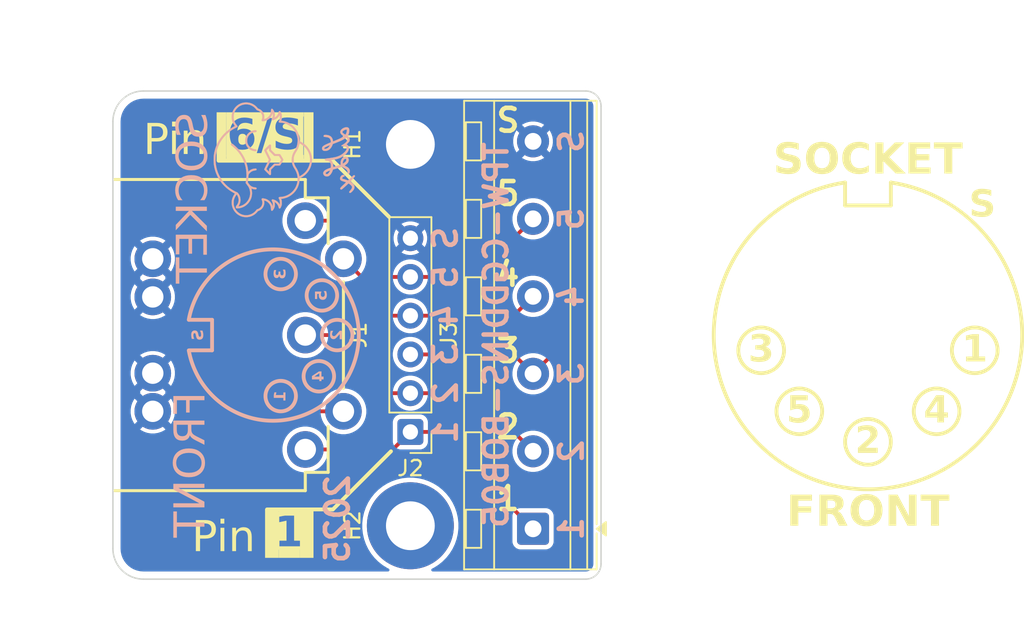
<source format=kicad_pcb>
(kicad_pcb
	(version 20241229)
	(generator "pcbnew")
	(generator_version "9.0")
	(general
		(thickness 1.6)
		(legacy_teardrops no)
	)
	(paper "A4")
	(layers
		(0 "F.Cu" signal)
		(2 "B.Cu" signal)
		(9 "F.Adhes" user "F.Adhesive")
		(11 "B.Adhes" user "B.Adhesive")
		(13 "F.Paste" user)
		(15 "B.Paste" user)
		(5 "F.SilkS" user "F.Silkscreen")
		(7 "B.SilkS" user "B.Silkscreen")
		(1 "F.Mask" user)
		(3 "B.Mask" user)
		(17 "Dwgs.User" user "User.Drawings")
		(19 "Cmts.User" user "User.Comments")
		(21 "Eco1.User" user "User.Eco1")
		(23 "Eco2.User" user "User.Eco2")
		(25 "Edge.Cuts" user)
		(27 "Margin" user)
		(31 "F.CrtYd" user "F.Courtyard")
		(29 "B.CrtYd" user "B.Courtyard")
		(35 "F.Fab" user)
		(33 "B.Fab" user)
		(39 "User.1" user)
		(41 "User.2" user)
		(43 "User.3" user)
		(45 "User.4" user)
	)
	(setup
		(stackup
			(layer "F.SilkS"
				(type "Top Silk Screen")
			)
			(layer "F.Paste"
				(type "Top Solder Paste")
			)
			(layer "F.Mask"
				(type "Top Solder Mask")
				(thickness 0.01)
			)
			(layer "F.Cu"
				(type "copper")
				(thickness 0.035)
			)
			(layer "dielectric 1"
				(type "core")
				(thickness 1.51)
				(material "FR4")
				(epsilon_r 4.5)
				(loss_tangent 0.02)
			)
			(layer "B.Cu"
				(type "copper")
				(thickness 0.035)
			)
			(layer "B.Mask"
				(type "Bottom Solder Mask")
				(thickness 0.01)
			)
			(layer "B.Paste"
				(type "Bottom Solder Paste")
			)
			(layer "B.SilkS"
				(type "Bottom Silk Screen")
			)
			(copper_finish "None")
			(dielectric_constraints no)
		)
		(pad_to_mask_clearance 0)
		(allow_soldermask_bridges_in_footprints no)
		(tenting front back)
		(grid_origin 69.5 65)
		(pcbplotparams
			(layerselection 0x00000000_00000000_55555555_5755f5ff)
			(plot_on_all_layers_selection 0x00000000_00000000_00000000_00000000)
			(disableapertmacros no)
			(usegerberextensions no)
			(usegerberattributes yes)
			(usegerberadvancedattributes yes)
			(creategerberjobfile yes)
			(dashed_line_dash_ratio 12.000000)
			(dashed_line_gap_ratio 3.000000)
			(svgprecision 4)
			(plotframeref no)
			(mode 1)
			(useauxorigin no)
			(hpglpennumber 1)
			(hpglpenspeed 20)
			(hpglpendiameter 15.000000)
			(pdf_front_fp_property_popups yes)
			(pdf_back_fp_property_popups yes)
			(pdf_metadata yes)
			(pdf_single_document no)
			(dxfpolygonmode yes)
			(dxfimperialunits yes)
			(dxfusepcbnewfont yes)
			(psnegative no)
			(psa4output no)
			(plot_black_and_white yes)
			(sketchpadsonfab no)
			(plotpadnumbers no)
			(hidednponfab no)
			(sketchdnponfab yes)
			(crossoutdnponfab yes)
			(subtractmaskfromsilk no)
			(outputformat 1)
			(mirror no)
			(drillshape 1)
			(scaleselection 1)
			(outputdirectory "")
		)
	)
	(net 0 "")
	(net 1 "unconnected-(H2-Pad1)")
	(net 2 "/S")
	(net 3 "/2")
	(net 4 "/1")
	(net 5 "/5")
	(net 6 "/4")
	(net 7 "/3")
	(footprint "TPW-Connectors:DIN-5-SHIELD" (layer "F.Cu") (at 50.112501 65 90))
	(footprint "TerminalBlock_RND:TerminalBlock_RND_205-00236_1x06_P5.08mm_Horizontal" (layer "F.Cu") (at 77.542501 77.7 90))
	(footprint "Connector_PinHeader_2.54mm:PinHeader_1x06_P2.54mm_Vertical" (layer "F.Cu") (at 69.5 71.35 180))
	(footprint "MountingHole:MountingHole_3.2mm_M3_ISO7380_Pad" (layer "F.Cu") (at 69.5 52.5 90))
	(footprint "MountingHole:MountingHole_3.2mm_M3_ISO7380_Pad" (layer "F.Cu") (at 69.5 77.5 90))
	(footprint "TPW-Decorative:sig-wlx" (layer "B.Cu") (at 64.7 53.5 -90))
	(footprint "TPW-Decorative:webster-face" (layer "B.Cu") (at 59.8 53.6 -90))
	(gr_circle
		(center 92.5 66)
		(end 94 66)
		(stroke
			(width 0.25)
			(type default)
		)
		(fill no)
		(layer "F.SilkS")
		(uuid "05624bed-9863-4598-bab7-010eb7344aa5")
	)
	(gr_line
		(start 98 56.5)
		(end 98 55)
		(stroke
			(width 0.25)
			(type default)
		)
		(layer "F.SilkS")
		(uuid "0deca362-29ab-4138-b229-42555e0f567a")
	)
	(gr_line
		(start 101 55)
		(end 101 56.5)
		(stroke
			(width 0.25)
			(type default)
		)
		(layer "F.SilkS")
		(uuid "1864f929-561b-4470-8b91-987615913115")
	)
	(gr_rect
		(start 56.8 50.395)
		(end 57.435 53.57)
		(stroke
			(width 0)
			(type solid)
		)
		(fill yes)
		(layer "F.SilkS")
		(uuid "30800a6a-31f0-4735-b294-0dbfea94579e")
	)
	(gr_circle
		(center 104 70)
		(end 105.5 70)
		(stroke
			(width 0.25)
			(type default)
		)
		(fill no)
		(layer "F.SilkS")
		(uuid "380e6955-01c1-477a-a859-9c3e09300540")
	)
	(gr_rect
		(start 62.515 50.395)
		(end 63.15 53.57)
		(stroke
			(width 0)
			(type solid)
		)
		(fill yes)
		(layer "F.SilkS")
		(uuid "3a187013-9b1b-4397-916d-3d3441bc4d08")
	)
	(gr_line
		(start 101 56.5)
		(end 98 56.5)
		(stroke
			(width 0.25)
			(type default)
		)
		(layer "F.SilkS")
		(uuid "3fabdf70-eb16-45d9-b933-6509044da595")
	)
	(gr_rect
		(start 62.261 76.43)
		(end 63.15 79.605)
		(stroke
			(width 0)
			(type solid)
		)
		(fill yes)
		(layer "F.SilkS")
		(uuid "4792f334-39e8-4419-be84-72915aec5fbd")
	)
	(gr_arc
		(start 101 55)
		(mid 99.5 75.111874)
		(end 98 55)
		(stroke
			(width 0.25)
			(type default)
		)
		(layer "F.SilkS")
		(uuid "50934895-727b-4d4f-b520-8a176f43a3b2")
	)
	(gr_circle
		(center 95 70)
		(end 96.5 70)
		(stroke
			(width 0.25)
			(type default)
		)
		(fill no)
		(layer "F.SilkS")
		(uuid "5460e1ac-b4b1-49f0-9a22-4d6d7de87b11")
	)
	(gr_circle
		(center 106.5 66)
		(end 108 66)
		(stroke
			(width 0.25)
			(type default)
		)
		(fill no)
		(layer "F.SilkS")
		(uuid "5a002c05-aa7a-4043-a74b-92be37c115cd")
	)
	(gr_line
		(start 64.42 76.43)
		(end 68.23 72.62)
		(stroke
			(width 0.25)
			(type solid)
		)
		(layer "F.SilkS")
		(uuid "74372e3a-ed06-4cc3-8601-bed1a78d90b5")
	)
	(gr_line
		(start 64.42 53.57)
		(end 56.927 53.57)
		(stroke
			(width 0.25)
			(type solid)
		)
		(layer "F.SilkS")
		(uuid "812782b6-a9c5-41f7-9729-821aae4155d8")
	)
	(gr_rect
		(start 60.864 78.97)
		(end 62.261 79.605)
		(stroke
			(width 0)
			(type solid)
		)
		(fill yes)
		(layer "F.SilkS")
		(uuid "91097677-008c-4d1a-83e7-cf1efad3af75")
	)
	(gr_line
		(start 64.42 76.43)
		(end 60.102 76.43)
		(stroke
			(width 0.25)
			(type solid)
		)
		(layer "F.SilkS")
		(uuid "94753444-1e43-470e-a0f3-683752b7d1b1")
	)
	(gr_rect
		(start 59.975 76.43)
		(end 60.864 79.605)
		(stroke
			(width 0)
			(type solid)
		)
		(fill yes)
		(layer "F.SilkS")
		(uuid "9b140da9-23d0-4d1e-8e6a-32e62866883e")
	)
	(gr_line
		(start 64.42 53.57)
		(end 68.103 57.253)
		(stroke
			(width 0.25)
			(type solid)
		)
		(layer "F.SilkS")
		(uuid "9bb5a494-fa9b-4301-9002-26f0147c69bc")
	)
	(gr_rect
		(start 60.864 76.43)
		(end 62.261 76.838)
		(stroke
			(width 0)
			(type solid)
		)
		(fill yes)
		(layer "F.SilkS")
		(uuid "a0e4c6b8-8098-4daf-9683-cc5e5f8d3a2a")
	)
	(gr_rect
		(start 57.435 50.395)
		(end 62.515 50.676)
		(stroke
			(width 0)
			(type solid)
		)
		(fill yes)
		(layer "F.SilkS")
		(uuid "d94ce61b-267c-49d6-88ec-c702f14c3b91")
	)
	(gr_circle
		(center 99.5 72)
		(end 101 72)
		(stroke
			(width 0.25)
			(type default)
		)
		(fill no)
		(layer "F.SilkS")
		(uuid "e747f23e-a49b-4a75-a4ac-e4ef8b41b08d")
	)
	(gr_rect
		(start 57.435 53.189)
		(end 62.515 53.57)
		(stroke
			(width 0)
			(type solid)
		)
		(fill yes)
		(layer "F.SilkS")
		(uuid "e9b7dffc-8f6f-44f8-90ba-54b78027bfe1")
	)
	(gr_line
		(start 56.5 66)
		(end 56.5 64)
		(stroke
			(width 0.25)
			(type default)
		)
		(layer "B.SilkS")
		(uuid "13c23bbb-5e37-4a8f-847d-ee6e40355fd3")
	)
	(gr_circle
		(center 63.7 62.4)
		(end 63.7 63.4)
		(stroke
			(width 0.25)
			(type default)
		)
		(fill no)
		(layer "B.SilkS")
		(uuid "23a967ad-8566-495f-a764-cf9dbc1df233")
	)
	(gr_line
		(start 55 66)
		(end 56.5 66)
		(stroke
			(width 0.25)
			(type default)
		)
		(layer "B.SilkS")
		(uuid "4bdcad22-52e7-40de-a23c-086e2e5756cf")
	)
	(gr_circle
		(center 61 60.999999)
		(end 61 62)
		(stroke
			(width 0.25)
			(type default)
		)
		(fill no)
		(layer "B.SilkS")
		(uuid "53ccecd7-3803-4135-9002-a7661e2ec045")
	)
	(gr_circle
		(center 63.5 67.7)
		(end 63.5 68.7)
		(stroke
			(width 0.25)
			(type default)
		)
		(fill no)
		(layer "B.SilkS")
		(uuid "9701c1cd-61ea-4351-a1b4-b7ac46534da1")
	)
	(gr_circle
		(center 64.7 65)
		(end 64.7 66)
		(stroke
			(width 0.25)
			(type default)
		)
		(fill no)
		(layer "B.SilkS")
		(uuid "b7eb29f2-2f2e-4d0a-9ed9-9c4eae164afd")
	)
	(gr_line
		(start 56.5 64)
		(end 55 64)
		(stroke
			(width 0.25)
			(type default)
		)
		(layer "B.SilkS")
		(uuid "d44079a2-c518-428b-af93-0a52b897510e")
	)
	(gr_arc
		(start 54.971678 64)
		(mid 66.118037 64.997467)
		(end 54.972582 66.004985)
		(stroke
			(width 0.25)
			(type default)
		)
		(layer "B.SilkS")
		(uuid "f36c2d15-e572-4895-8199-d1d8b748880d")
	)
	(gr_circle
		(center 61 69.000001)
		(end 60.999999 70)
		(stroke
			(width 0.25)
			(type default)
		)
		(fill no)
		(layer "B.SilkS")
		(uuid "f88c9dc0-c705-4c6d-aa02-9b08bdc17f31")
	)
	(gr_line
		(start 50 51)
		(end 50 79)
		(stroke
			(width 0.1)
			(type default)
		)
		(layer "Edge.Cuts")
		(uuid "05eabaa1-84e8-49df-9ebc-55b17c823e3a")
	)
	(gr_arc
		(start 50 51)
		(mid 50.585786 49.585786)
		(end 52 49)
		(stroke
			(width 0.1)
			(type default)
		)
		(layer "Edge.Cuts")
		(uuid "0a5611b0-ad68-4e2b-af8e-0bfc1c45a59e")
	)
	(gr_arc
		(start 81 49)
		(mid 81.707107 49.292893)
		(end 82 50)
		(stroke
			(width 0.1)
			(type default)
		)
		(layer "Edge.Cuts")
		(uuid "356319d0-c5c0-4b23-8153-3379fd78542f")
	)
	(gr_line
		(start 52 81)
		(end 81 81)
		(stroke
			(width 0.1)
			(type default)
		)
		(layer "Edge.Cuts")
		(uuid "7b2426e6-d719-4995-a33d-3920a25632b0")
	)
	(gr_line
		(start 82 80)
		(end 82 50)
		(stroke
			(width 0.1)
			(type default)
		)
		(layer "Edge.Cuts")
		(uuid "a95185fb-19e2-473a-8e5d-2cdec8c1cac4")
	)
	(gr_arc
		(start 52 81)
		(mid 50.585786 80.414214)
		(end 50 79)
		(stroke
			(width 0.1)
			(type default)
		)
		(layer "Edge.Cuts")
		(uuid "b7cb8144-c108-48db-be26-746f5c944b5f")
	)
	(gr_line
		(start 52 49)
		(end 81 49)
		(stroke
			(width 0.1)
			(type default)
		)
		(layer "Edge.Cuts")
		(uuid "d0fd08e0-b26c-4982-a0ed-1fe744713653")
	)
	(gr_arc
		(start 82 80)
		(mid 81.707107 80.707107)
		(end 81 81)
		(stroke
			(width 0.1)
			(type default)
		)
		(layer "Edge.Cuts")
		(uuid "fc115b63-c439-46fe-9ddc-c79dd97aa16d")
	)
	(gr_text "6/S"
		(at 59.975 51.9825 0)
		(layer "F.SilkS" knockout)
		(uuid "01a47ab5-1a1f-4a1d-8a1e-111b1351ce76")
		(effects
			(font
				(face "Atkinson Hyperlegible Mono")
				(size 2 2)
				(thickness 0.4)
				(bold yes)
			)
		)
		(render_cache "6/S" 0
			(polygon
				(pts
					(xy 58.405754 50.913606) (xy 58.482653 50.927473) (xy 58.552356 50.947623) (xy 58.616129 50.974102)
					(xy 58.673239 51.006239) (xy 58.726779 51.0459) (xy 58.773747 51.090934) (xy 58.818778 51.146696)
					(xy 58.856856 51.207824) (xy 58.504047 51.335563) (xy 58.493897 51.316085) (xy 58.4691 51.282333)
					(xy 58.437848 51.253616) (xy 58.399283 51.229538) (xy 58.355237 51.21174) (xy 58.305714 51.200543)
					(xy 58.252111 51.196711) (xy 58.181726 51.204106) (xy 58.135161 51.21827) (xy 58.091931 51.239621)
					(xy 58.050914 51.269079) (xy 58.013895 51.305819) (xy 57.979444 51.352188) (xy 57.949928 51.406165)
					(xy 57.924411 51.471096) (xy 57.904968 51.543934) (xy 57.891471 51.628103) (xy 57.885258 51.720245)
					(xy 57.939934 51.669466) (xy 58.048178 51.603403) (xy 58.176152 51.561259) (xy 58.319278 51.546589)
					(xy 58.328274 51.546647) (xy 58.401492 51.55151) (xy 58.471963 51.563971) (xy 58.539472 51.583794)
					(xy 58.603313 51.610625) (xy 58.71792 51.683807) (xy 58.811873 51.780164) (xy 58.882007 51.896236)
					(xy 58.907268 51.960478) (xy 58.925772 52.028889) (xy 58.937034 52.100443) (xy 58.940876 52.175514)
					(xy 58.938414 52.23655) (xy 58.928498 52.310344) (xy 58.91127 52.380602) (xy 58.886884 52.447386)
					(xy 58.855727 52.510015) (xy 58.81781 52.568604) (xy 58.773655 52.622383) (xy 58.723175 52.671404)
					(xy 58.667009 52.714935) (xy 58.605076 52.75289) (xy 58.538045 52.784665) (xy 58.465958 52.810036)
					(xy 58.389402 52.828551) (xy 58.308617 52.839907) (xy 58.224023 52.843763) (xy 58.0775 52.831249)
					(xy 58.004273 52.814247) (xy 57.935915 52.79047) (xy 57.871274 52.759614) (xy 57.811667 52.722399)
					(xy 57.755192 52.677481) (xy 57.704102 52.626472) (xy 57.656235 52.566763) (xy 57.614283 52.501189)
					(xy 57.576382 52.426046) (xy 57.545049 52.345363) (xy 57.519139 52.254972) (xy 57.507439 52.195176)
					(xy 57.902111 52.195176) (xy 57.902867 52.224212) (xy 57.923114 52.338411) (xy 57.967401 52.428571)
					(xy 58.032626 52.495118) (xy 58.072942 52.519522) (xy 58.117988 52.537454) (xy 58.168776 52.548775)
					(xy 58.224023 52.552625) (xy 58.238824 52.552346) (xy 58.338004 52.5339) (xy 58.38125 52.514373)
					(xy 58.419891 52.48841) (xy 58.454336 52.455577) (xy 58.48341 52.41671) (xy 58.507521 52.370547)
					(xy 58.525271 52.318687) (xy 58.536589 52.259555) (xy 58.540439 52.195176) (xy 58.539839 52.170258)
					(xy 58.519936 52.057798) (xy 58.475372 51.967659) (xy 58.409796 51.900808) (xy 58.369683 51.876404)
					(xy 58.324946 51.858429) (xy 58.275191 51.847184) (xy 58.221214 51.843344) (xy 58.205618 51.843657)
					(xy 58.105931 51.862466) (xy 58.062277 51.882187) (xy 58.023127 51.908358) (xy 57.988443 51.941086)
					(xy 57.959089 51.979757) (xy 57.934983 52.025042) (xy 57.917196 52.075822) (xy 57.90595 52.133007)
					(xy 57.902111 52.195176) (xy 57.507439 52.195176) (xy 57.500479 52.159607) (xy 57.488733 52.055594)
					(xy 57.484822 51.947513) (xy 57.490906 51.788154) (xy 57.521619 51.573491) (xy 57.574571 51.39289)
					(xy 57.646387 51.244334) (xy 57.735043 51.124861) (xy 57.840175 51.031771) (xy 57.963113 50.963579)
					(xy 58.032243 50.938802) (xy 58.10662 50.92065) (xy 58.187719 50.909305) (xy 58.274459 50.905451)
				)
			)
			(polygon
				(pts
					(xy 59.213939 53.061749) (xy 59.617184 53.061749) (xy 60.73716 50.827294) (xy 60.333915 50.827294)
				)
			)
			(polygon
				(pts
					(xy 61.752233 52.843763) (xy 61.839511 52.839895) (xy 61.924332 52.828456) (xy 62.006196 52.809632)
					(xy 62.084164 52.783687) (xy 62.156376 52.751455) (xy 62.223448 52.712804) (xy 62.282789 52.669538)
					(xy 62.336073 52.6207) (xy 62.380861 52.568895) (xy 62.41899 52.51236) (xy 62.448783 52.453909)
					(xy 62.47149 52.391447) (xy 62.486271 52.327321) (xy 62.493536 52.259739) (xy 62.494243 52.230469)
					(xy 62.490386 52.162029) (xy 62.47902 52.099528) (xy 62.461168 52.044396) (xy 62.436853 51.994199)
					(xy 62.369193 51.906631) (xy 62.27236 51.831527) (xy 62.137484 51.765885) (xy 61.948789 51.707846)
					(xy 61.869836 51.689837) (xy 61.668335 51.644897) (xy 61.603722 51.628258) (xy 61.548989 51.605533)
					(xy 61.509674 51.580685) (xy 61.478857 51.551265) (xy 61.458832 51.521092) (xy 61.446269 51.487327)
					(xy 61.441434 51.446083) (xy 61.445245 51.406962) (xy 61.456293 51.371578) (xy 61.498439 51.31173)
					(xy 61.56823 51.26586) (xy 61.66744 51.238038) (xy 61.738311 51.233103) (xy 61.79691 51.236977)
					(xy 61.853092 51.248464) (xy 61.905229 51.267051) (xy 61.953226 51.292651) (xy 61.994649 51.323702)
					(xy 62.030633 51.360885) (xy 62.077076 51.437657) (xy 62.446737 51.300392) (xy 62.381503 51.183621)
					(xy 62.292812 51.085855) (xy 62.180762 51.006857) (xy 62.045669 50.948288) (xy 61.890152 50.913506)
					(xy 61.766277 50.905451) (xy 61.589504 50.920698) (xy 61.505597 50.939434) (xy 61.426014 50.965188)
					(xy 61.352781 50.997047) (xy 61.285212 51.035121) (xy 61.226251 51.077349) (xy 61.173869 51.124824)
					(xy 61.13082 51.174531) (xy 61.094858 51.228533) (xy 61.067776 51.283602) (xy 61.048074 51.342173)
					(xy 61.036608 51.401065) (xy 61.032693 51.462814) (xy 61.036552 51.531648) (xy 61.047933 51.595396)
					(xy 61.066018 51.652846) (xy 61.090718 51.705698) (xy 61.159393 51.798646) (xy 61.255883 51.877284)
					(xy 61.385007 51.942319) (xy 61.55344 51.992178) (xy 61.581507 51.99795) (xy 61.755042 52.034342)
					(xy 61.866205 52.062708) (xy 61.953687 52.095382) (xy 62.002708 52.122599) (xy 62.040296 52.153564)
					(xy 62.063397 52.183062) (xy 62.078864 52.216053) (xy 62.088311 52.278096) (xy 62.084524 52.319015)
					(xy 62.073643 52.355937) (xy 62.032034 52.419511) (xy 61.963199 52.470323) (xy 61.865897 52.505016)
					(xy 61.760659 52.516233) (xy 61.698469 52.512366) (xy 61.638489 52.500931) (xy 61.581823 52.482252)
					(xy 61.529165 52.456547) (xy 61.48283 52.425178) (xy 61.441927 52.38767) (xy 61.40876 52.346423)
					(xy 61.381981 52.299996) (xy 61.360345 52.241704) (xy 60.987875 52.37616) (xy 61.017304 52.443872)
					(xy 61.052966 52.50667) (xy 61.142536 52.617901) (xy 61.255684 52.709247) (xy 61.391796 52.7791)
					(xy 61.549886 52.8249) (xy 61.727992 52.843509)
				)
			)
		)
	)
	(gr_text "3"
		(at 75.9 66.9 0)
		(layer "F.SilkS")
		(uuid "0844ec05-79c7-4a83-9d68-68d6595885b2")
		(effects
			(font
				(size 1.5 1.5)
				(thickness 0.3)
				(bold yes)
			)
			(justify bottom)
		)
	)
	(gr_text "5"
		(at 95 70 0)
		(layer "F.SilkS")
		(uuid "0b792cc5-8b3d-4de3-8121-b040c71911ab")
		(effects
			(font
				(face "Atkinson Hyperlegible Mono")
				(size 1.75 1.75)
				(thickness 0.125)
				(bold yes)
			)
		)
		(render_cache "5" 0
			(polygon
				(pts
					(xy 94.995619 70.753606) (xy 95.073774 70.750195) (xy 95.149704 70.739996) (xy 95.22116 70.723504)
					(xy 95.289192 70.700614) (xy 95.35078 70.672618) (xy 95.408043 70.638795) (xy 95.458066 70.601177)
					(xy 95.503151 70.558342) (xy 95.541127 70.512621) (xy 95.573726 70.46221) (xy 95.599683 70.409153)
					(xy 95.619848 70.351788) (xy 95.633623 70.29141) (xy 95.641103 70.226949) (xy 95.642419 70.18481)
					(xy 95.639069 70.114547) (xy 95.629293 70.048884) (xy 95.613463 69.987704) (xy 95.592011 69.931167)
					(xy 95.532947 69.830799) (xy 95.453614 69.747733) (xy 95.355276 69.683104) (xy 95.239965 69.639276)
					(xy 95.111619 69.619299) (xy 95.076402 69.618365) (xy 94.947934 69.631403) (xy 94.882484 69.647963)
					(xy 94.821835 69.670483) (xy 94.745682 69.714001) (xy 94.787356 69.373557) (xy 95.566445 69.373557)
					(xy 95.566445 69.091777) (xy 94.50066 69.091777) (xy 94.400216 69.926752) (xy 94.704008 70.038737)
					(xy 94.732891 69.995877) (xy 94.765622 69.959608) (xy 94.800886 69.930667) (xy 94.839399 69.907862)
					(xy 94.925522 69.880498) (xy 94.985788 69.875675) (xy 95.036079 69.879116) (xy 95.084508 69.889526)
					(xy 95.127756 69.905932) (xy 95.167574 69.92882) (xy 95.200872 69.956111) (xy 95.229746 69.989227)
					(xy 95.252383 70.026042) (xy 95.269839 70.068238) (xy 95.281317 70.114682) (xy 95.28675 70.166395)
					(xy 95.287122 70.18481) (xy 95.283774 70.238673) (xy 95.274009 70.287671) (xy 95.258586 70.330972)
					(xy 95.237785 70.369426) (xy 95.181732 70.431418) (xy 95.107321 70.473803) (xy 95.015273 70.494754)
					(xy 94.978415 70.496403) (xy 94.923553 70.492877) (xy 94.872132 70.481872) (xy 94.830562 70.465637)
					(xy 94.792583 70.442782) (xy 94.761196 70.415533) (xy 94.733584 70.381984) (xy 94.710604 70.342833)
					(xy 94.691883 70.29705) (xy 94.684453 70.272432) (xy 94.385576 70.379609) (xy 94.412881 70.438246)
					(xy 94.445568 70.492351) (xy 94.483249 70.541589) (xy 94.52583 70.586056) (xy 94.625251 70.660376)
					(xy 94.743259 70.714276) (xy 94.879412 70.745931)
				)
			)
		)
	)
	(gr_text "1"
		(at 75.9 76.6 0)
		(layer "F.SilkS")
		(uuid "26599fc9-dfcf-4d10-8f5b-f97222a7762c")
		(effects
			(font
				(size 1.5 1.5)
				(thickness 0.3)
				(bold yes)
			)
			(justify bottom)
		)
	)
	(gr_text "2"
		(at 99.5 72 0)
		(layer "F.SilkS")
		(uuid "3fd3a7b4-c7a3-4f42-a410-30afc8ca14f1")
		(effects
			(font
				(face "Atkinson Hyperlegible Mono")
				(size 1.75 1.75)
				(thickness 0.125)
				(bold yes)
			)
		)
		(render_cache "2" 0
			(polygon
				(pts
					(xy 98.888034 72.444577) (xy 98.888034 72.726251) (xy 100.115492 72.726251) (xy 100.115492 72.444577)
					(xy 99.331487 72.444577) (xy 99.475935 72.354493) (xy 99.607318 72.26343) (xy 99.709142 72.184175)
					(xy 99.800193 72.103778) (xy 99.871334 72.031554) (xy 99.933275 71.958153) (xy 99.981051 71.890671)
					(xy 100.020745 71.822018) (xy 100.050014 71.757442) (xy 100.071941 71.691703) (xy 100.085757 71.628244)
					(xy 100.092609 71.563602) (xy 100.093372 71.533414) (xy 100.090005 71.472593) (xy 100.080112 71.415671)
					(xy 100.064172 71.363154) (xy 100.042431 71.314585) (xy 99.982206 71.228912) (xy 99.899766 71.158411)
					(xy 99.794636 71.104348) (xy 99.66671 71.069501) (xy 99.522546 71.057583) (xy 99.443853 71.060973)
					(xy 99.368925 71.071026) (xy 99.299488 71.087172) (xy 99.234339 71.109381) (xy 99.175258 71.136718)
					(xy 99.120879 71.169509) (xy 99.072705 71.206562) (xy 99.029573 71.248506) (xy 98.992507 71.294168)
					(xy 98.960814 71.344248) (xy 98.92725 71.418009) (xy 99.240766 71.530957) (xy 99.255157 71.483208)
					(xy 99.27434 71.442203) (xy 99.29778 71.407525) (xy 99.324838 71.378931) (xy 99.390288 71.337357)
					(xy 99.47011 71.316796) (xy 99.505449 71.314893) (xy 99.554113 71.318262) (xy 99.598475 71.328164)
					(xy 99.636676 71.343595) (xy 99.669987 71.364532) (xy 99.696993 71.3896) (xy 99.71868 71.419265)
					(xy 99.734384 71.452532) (xy 99.744244 71.489746) (xy 99.747906 71.533414) (xy 99.744463 71.582017)
					(xy 99.73404 71.631297) (xy 99.690713 71.734576) (xy 99.610784 71.850894) (xy 99.480949 71.989026)
					(xy 99.279866 72.161072) (xy 98.97242 72.38667)
				)
			)
		)
	)
	(gr_text "2"
		(at 75.9 71.9 0)
		(layer "F.SilkS")
		(uuid "4c87147a-4295-45ba-8bbd-9f7b199584c4")
		(effects
			(font
				(size 1.5 1.5)
				(thickness 0.3)
				(bold yes)
			)
			(justify bottom)
		)
	)
	(gr_text "FRONT"
		(at 99.5 75.5 0)
		(layer "F.SilkS")
		(uuid "5e0a4be2-f792-4f4c-986c-0826dd338bb9")
		(effects
			(font
				(face "Atkinson Hyperlegible Next")
				(size 2 2)
				(thickness 0.125)
				(bold yes)
			)
			(justify top)
		)
		(render_cache "FRONT" 0
			(polygon
				(pts
					(xy 95.354222 77.5) (xy 95.625209 77.5) (xy 95.625209 76.655896) (xy 96.566032 76.655896) (xy 96.566032 76.421301)
					(xy 95.625209 76.421301) (xy 95.625209 75.858932) (xy 96.577268 75.858932) (xy 96.577268 75.624214)
					(xy 95.354222 75.624214)
				)
			)
			(polygon
				(pts
					(xy 97.617462 75.624392) (xy 97.799056 75.641051) (xy 97.947654 75.681402) (xy 98.06608 75.741601)
					(xy 98.157651 75.819766) (xy 98.224645 75.916361) (xy 98.249143 75.972575) (xy 98.267113 76.033989)
					(xy 98.278471 76.102534) (xy 98.282327 76.176692) (xy 98.268204 76.312757) (xy 98.250805 76.373529)
					(xy 98.226938 76.429076) (xy 98.196038 76.480755) (xy 98.158998 76.527102) (xy 98.113527 76.570415)
					(xy 98.061978 76.607969) (xy 97.999922 76.642193) (xy 97.931758 76.669948) (xy 97.851192 76.692971)
					(xy 97.764654 76.708653) (xy 98.339358 77.5) (xy 98.010485 77.5) (xy 97.458862 76.726238) (xy 97.170778 76.726238)
					(xy 97.170778 77.5) (xy 96.89979 77.5) (xy 96.89979 76.491643) (xy 97.170778 76.491643) (xy 97.600889 76.491643)
					(xy 97.673637 76.488742) (xy 97.796687 76.466036) (xy 97.886502 76.42453) (xy 97.950094 76.365393)
					(xy 97.973381 76.328104) (xy 97.99066 76.285242) (xy 98.001885 76.234272) (xy 98.005722 76.176692)
					(xy 98.005504 76.162277) (xy 97.988419 76.059906) (xy 97.970043 76.017208) (xy 97.945632 75.980212)
					(xy 97.912876 75.946322) (xy 97.873993 75.918487) (xy 97.822285 75.89353) (xy 97.763842 75.875683)
					(xy 97.686029 75.86298) (xy 97.600889 75.858932) (xy 97.170778 75.858932) (xy 97.170778 76.491643)
					(xy 96.89979 76.491643) (xy 96.89979 75.624214) (xy 97.595272 75.624214)
				)
			)
			(polygon
				(pts
					(xy 99.462709 75.589516) (xy 99.547699 75.601316) (xy 99.628596 75.620294) (xy 99.705499 75.646287)
					(xy 99.777973 75.678979) (xy 99.846509 75.718522) (xy 99.910214 75.764354) (xy 99.969789 75.817043)
					(xy 100.024054 75.875651) (xy 100.073693 75.941132) (xy 100.117475 76.012156) (xy 100.155875 76.0899)
					(xy 100.187829 76.172766) (xy 100.213507 76.261898) (xy 100.232142 76.355657) (xy 100.243631 76.454904)
					(xy 100.247505 76.558199) (xy 100.241624 76.685048) (xy 100.208798 76.873255) (xy 100.149754 77.040231)
					(xy 100.067357 77.184448) (xy 99.964035 77.304968) (xy 99.841549 77.401082) (xy 99.773531 77.439697)
					(xy 99.700963 77.471894) (xy 99.623999 77.497411) (xy 99.54279 77.515986) (xy 99.457012 77.527399)
					(xy 99.367254 77.531263) (xy 99.271701 77.526875) (xy 99.186703 77.515068) (xy 99.105798 77.496084)
					(xy 99.02889 77.470086) (xy 98.95641 77.437389) (xy 98.88787 77.397844) (xy 98.824163 77.352009)
					(xy 98.764588 77.299321) (xy 98.710323 77.240715) (xy 98.660685 77.175237) (xy 98.616904 77.104218)
					(xy 98.578507 77.026481) (xy 98.546554 76.943622) (xy 98.520877 76.854496) (xy 98.502243 76.760742)
					(xy 98.490755 76.661496) (xy 98.48688 76.558199) (xy 98.763485 76.558199) (xy 98.764729 76.614604)
					(xy 98.772632 76.707444) (xy 98.787494 76.793861) (xy 98.808665 76.872942) (xy 98.835903 76.945591)
					(xy 98.868606 77.011331) (xy 98.90657 77.070578) (xy 98.94946 77.123291) (xy 98.996892 77.169359)
					(xy 99.048978 77.20903) (xy 99.104944 77.241791) (xy 99.165391 77.26792) (xy 99.229067 77.286763)
					(xy 99.296893 77.298391) (xy 99.367254 77.302285) (xy 99.408652 77.300952) (xy 99.540636 77.27735)
					(xy 99.658967 77.225668) (xy 99.712456 77.189697) (xy 99.761955 77.146986) (xy 99.807159 77.097533)
					(xy 99.847637 77.041465) (xy 99.883283 76.978329) (xy 99.913383 76.908619) (xy 99.937816 76.831464)
					(xy 99.955804 76.74773) (xy 99.967059 76.656262) (xy 99.9709 76.558199) (xy 99.969662 76.501938)
					(xy 99.961768 76.409105) (xy 99.946914 76.322692) (xy 99.925748 76.24361) (xy 99.898516 76.170958)
					(xy 99.865816 76.105213) (xy 99.827854 76.045961) (xy 99.784967 75.993242) (xy 99.737538 75.947169)
					(xy 99.685456 75.907494) (xy 99.629495 75.874731) (xy 99.569059 75.848601) (xy 99.505396 75.829757)
					(xy 99.437591 75.81813) (xy 99.367254 75.814235) (xy 99.325825 75.815569) (xy 99.193803 75.839173)
					(xy 99.075447 75.890855) (xy 99.02195 75.926822) (xy 98.972445 75.969529) (xy 98.927235 76.018976)
					(xy 98.886755 76.075035) (xy 98.851106 76.13816) (xy 98.821004 76.207857) (xy 98.79657 76.284996)
					(xy 98.778582 76.368712) (xy 98.767326 76.46016) (xy 98.763485 76.558199) (xy 98.48688 76.558199)
					(xy 98.492767 76.431337) (xy 98.525606 76.243166) (xy 98.58467 76.0762) (xy 98.667093 75.931978)
					(xy 98.770446 75.811447) (xy 98.892959 75.715323) (xy 98.960987 75.676705) (xy 99.033563 75.644505)
					(xy 99.11053 75.618987) (xy 99.191739 75.600412) (xy 99.277507 75.588999) (xy 99.367254 75.585136)
				)
			)
			(polygon
				(pts
					(xy 100.581019 77.5) (xy 100.852006 77.5) (xy 100.852006 75.915352) (xy 101.699773 77.5) (xy 102.092393 77.5)
					(xy 102.092393 75.624214) (xy 101.821406 75.624214) (xy 101.821406 77.20068) (xy 100.976448 75.624214)
					(xy 100.581019 75.624214)
				)
			)
			(polygon
				(pts
					(xy 102.952494 77.5) (xy 103.223482 77.5) (xy 103.223482 75.858932) (xy 103.84508 75.858932) (xy 103.84508 75.624214)
					(xy 102.330896 75.624214) (xy 102.330896 75.858932) (xy 102.952494 75.858932)
				)
			)
		)
	)
	(gr_text "S"
		(at 107 56.5 0)
		(layer "F.SilkS")
		(uuid "6419982c-4bb5-4f67-90b8-1f01145c4af6")
		(effects
			(font
				(face "Atkinson Hyperlegible Mono")
				(size 1.75 1.75)
				(thickness 0.125)
				(bold yes)
			)
		)
		(render_cache "S" 0
			(polygon
				(pts
					(xy 107.0078 57.253606) (xy 107.084169 57.250222) (xy 107.158387 57.240213) (xy 107.230018 57.223741)
					(xy 107.29824 57.20104) (xy 107.361425 57.172837) (xy 107.420113 57.139017) (xy 107.472037 57.101159)
					(xy 107.51866 57.058426) (xy 107.55785 57.013097) (xy 107.591213 56.963628) (xy 107.617282 56.912484)
					(xy 107.63715 56.85783) (xy 107.650084 56.801719) (xy 107.656441 56.742585) (xy 107.657059 56.716974)
					(xy 107.653684 56.657089) (xy 107.643739 56.6024) (xy 107.628118 56.55416) (xy 107.606843 56.510238)
					(xy 107.54764 56.433616) (xy 107.462912 56.367899) (xy 107.344895 56.310463) (xy 107.179787 56.259679)
					(xy 107.110703 56.243921) (xy 106.93439 56.204598) (xy 106.877853 56.19004) (xy 106.829962 56.170155)
					(xy 106.795561 56.148413) (xy 106.768597 56.122671) (xy 106.751075 56.096269) (xy 106.740082 56.066724)
					(xy 106.735851 56.030636) (xy 106.739186 55.996405) (xy 106.748853 55.965444) (xy 106.78573 55.913077)
					(xy 106.846798 55.872941) (xy 106.933606 55.848596) (xy 106.995619 55.844279) (xy 107.046893 55.847668)
					(xy 107.096052 55.857719) (xy 107.141672 55.873983) (xy 107.183669 55.896383) (xy 107.219915 55.923553)
					(xy 107.2514 55.956088) (xy 107.292038 56.023263) (xy 107.615492 55.903156) (xy 107.558411 55.800982)
					(xy 107.480807 55.715437) (xy 107.382763 55.646313) (xy 107.264557 55.595066) (xy 107.128479 55.564631)
					(xy 107.020089 55.557583) (xy 106.865412 55.570924) (xy 106.791993 55.587318) (xy 106.722359 55.609853)
					(xy 106.65828 55.637729) (xy 106.599157 55.671044) (xy 106.547566 55.707994) (xy 106.501732 55.749534)
					(xy 106.464064 55.793028) (xy 106.432597 55.84028) (xy 106.4089 55.888465) (xy 106.391661 55.939715)
					(xy 106.381628 55.991245) (xy 106.378203 56.045275) (xy 106.38158 56.105506) (xy 106.391538 56.161285)
					(xy 106.407362 56.211554) (xy 106.428975 56.2578) (xy 106.489065 56.339129) (xy 106.573494 56.407937)
					(xy 106.686477 56.464843) (xy 106.833857 56.508469) (xy 106.858415 56.513519) (xy 107.010258 56.545363)
					(xy 107.107526 56.570183) (xy 107.184073 56.598773) (xy 107.226966 56.622588) (xy 107.259856 56.649682)
					(xy 107.280068 56.675493) (xy 107.293602 56.70436) (xy 107.301869 56.758648) (xy 107.298555 56.794452)
					(xy 107.289034 56.826758) (xy 107.252626 56.882386) (xy 107.192396 56.926846) (xy 107.107256 56.957202)
					(xy 107.015173 56.967017) (xy 106.960757 56.963634) (xy 106.908274 56.953628) (xy 106.858692 56.937284)
					(xy 106.812616 56.914792) (xy 106.772073 56.887345) (xy 106.736282 56.854524) (xy 106.707261 56.818434)
					(xy 106.68383 56.77781) (xy 106.664899 56.726804) (xy 106.338987 56.844453) (xy 106.364737 56.903701)
					(xy 106.395942 56.958649) (xy 106.474315 57.055977) (xy 106.57332 57.135905) (xy 106.692418 57.197026)
					(xy 106.830747 57.237101) (xy 106.98659 57.253383)
				)
			)
		)
	)
	(gr_text "1"
		(at 106.5 66 0)
		(layer "F.SilkS")
		(uuid "860edba9-e49b-4789-b014-4bfa8ea753d6")
		(effects
			(font
				(face "Atkinson Hyperlegible Mono")
				(size 1.75 1.75)
				(thickness 0.125)
				(bold yes)
			)
		)
		(render_cache "1" 0
			(polygon
				(pts
					(xy 105.983563 66.726251) (xy 107.024771 66.726251) (xy 107.024771 66.447035) (xy 106.701424 66.447035)
					(xy 106.701424 65.091777) (xy 106.441656 65.091777) (xy 106.413137 65.155524) (xy 106.381643 65.20675)
					(xy 106.352365 65.240868) (xy 106.319712 65.267997) (xy 106.245057 65.303453) (xy 106.140015 65.322571)
					(xy 105.981106 65.32793) (xy 105.981106 65.604687) (xy 106.360873 65.604687) (xy 106.360873 66.447035)
					(xy 105.983563 66.447035)
				)
			)
		)
	)
	(gr_text "Pin"
		(at 59.34 78.335 0)
		(layer "F.SilkS")
		(uuid "935f124a-c609-4aef-8ef1-9cb187638bb1")
		(effects
			(font
				(face "Atkinson Hyperlegible Mono")
				(size 2 2)
				(thickness 0.1)
			)
			(justify right)
		)
		(render_cache "Pin" 0
			(polygon
				(pts
					(xy 54.99484 77.297131) (xy 55.172644 77.313127) (xy 55.318603 77.35312) (xy 55.435435 77.413403)
					(xy 55.526217 77.492252) (xy 55.562507 77.538691) (xy 55.592939 77.590268) (xy 55.617415 77.647534)
					(xy 55.63537 77.710129) (xy 55.646733 77.780119) (xy 55.65059 77.855858) (xy 55.639941 77.979098)
					(xy 55.624437 78.042987) (xy 55.602428 78.101619) (xy 55.573786 78.155699) (xy 55.539041 78.204491)
					(xy 55.496676 78.249743) (xy 55.448325 78.289379) (xy 55.390608 78.325487) (xy 55.326861 78.355366)
					(xy 55.251916 78.380659) (xy 55.170921 78.398903) (xy 55.077649 78.410759) (xy 54.978556 78.414685)
					(xy 54.561389 78.414685) (xy 54.561389 79.165) (xy 54.326183 79.165) (xy 54.326183 78.213185) (xy 54.561389 78.213185)
					(xy 54.961825 78.213185) (xy 55.082881 78.205749) (xy 55.202827 78.177075) (xy 55.290856 78.130107)
					(xy 55.353946 78.064637) (xy 55.37732 78.023287) (xy 55.394609 77.97603) (xy 55.405918 77.919516)
					(xy 55.409766 77.855858) (xy 55.407133 77.802778) (xy 55.38236 77.700076) (xy 55.360468 77.657158)
					(xy 55.332692 77.619981) (xy 55.296446 77.585994) (xy 55.254082 77.558088) (xy 55.198542 77.53319)
					(xy 55.136058 77.515374) (xy 55.053002 77.502697) (xy 54.961825 77.498653) (xy 54.561389 77.498653)
					(xy 54.561389 78.213185) (xy 54.326183 78.213185) (xy 54.326183 77.29703) (xy 54.978556 77.29703)
				)
			)
			(polygon
				(pts
					(xy 56.111354 79.165) (xy 57.33208 79.165) (xy 57.33208 78.977421) (xy 56.842129 78.977421) (xy 56.842129 77.773792)
					(xy 56.184138 77.773792) (xy 56.184138 77.961493) (xy 56.601305 77.961493) (xy 56.601305 78.977421)
					(xy 56.111354 78.977421)
				)
			)
			(polygon
				(pts
					(xy 56.690942 77.505858) (xy 56.760816 77.491238) (xy 56.818483 77.449273) (xy 56.839676 77.419667)
					(xy 56.85421 77.385674) (xy 56.861668 77.33501) (xy 56.847051 77.266266) (xy 56.80457 77.20785)
					(xy 56.774699 77.186291) (xy 56.740422 77.171509) (xy 56.690942 77.164162) (xy 56.622152 77.178691)
					(xy 56.564383 77.22065) (xy 56.542755 77.250433) (xy 56.527867 77.284376) (xy 56.520094 77.33501)
					(xy 56.534714 77.404957) (xy 56.576666 77.462649) (xy 56.606259 77.483847) (xy 56.640239 77.498387)
				)
			)
			(polygon
				(pts
					(xy 57.860011 79.165) (xy 58.098025 79.165) (xy 58.098025 78.415662) (xy 58.101875 78.336079) (xy 58.113194 78.263253)
					(xy 58.130842 78.199627) (xy 58.154791 78.142568) (xy 58.183634 78.093799) (xy 58.217794 78.051431)
					(xy 58.256149 78.016252) (xy 58.299076 77.987466) (xy 58.397755 77.949521) (xy 58.498461 77.938534)
					(xy 58.559433 77.942379) (xy 58.613298 77.953663) (xy 58.657988 77.970868) (xy 58.696749 77.994087)
					(xy 58.75687 78.056587) (xy 58.79773 78.143614) (xy 58.818591 78.261707) (xy 58.820373 78.314668)
					(xy 58.820373 79.165) (xy 59.061197 79.165) (xy 59.061197 78.252997) (xy 59.057245 78.171058) (xy 59.045215 78.09446)
					(xy 59.027002 78.029828) (xy 59.001668 77.970568) (xy 58.971784 77.921012) (xy 58.935504 77.876768)
					(xy 58.89495 77.839961) (xy 58.848342 77.808575) (xy 58.796353 77.78324) (xy 58.738226 77.763755)
					(xy 58.600508 77.743371) (xy 58.562819 77.742529) (xy 58.429997 77.756875) (xy 58.30988 77.798104)
					(xy 58.204706 77.863328) (xy 58.121182 77.946297) (xy 58.095216 77.983475) (xy 58.056015 77.773792)
					(xy 57.860011 77.773792)
				)
			)
		)
	)
	(gr_text "4"
		(at 104 70 0)
		(layer "F.SilkS")
		(uuid "9378b6f5-844d-4d4e-ade3-fb39ba4744f1")
		(effects
			(font
				(face "Atkinson Hyperlegible Mono")
				(size 1.75 1.75)
				(thickness 0.125)
				(bold yes)
			)
		)
		(render_cache "4" 0
			(polygon
				(pts
					(xy 104.461084 70.066841) (xy 104.688902 70.066841) (xy 104.688902 70.370633) (xy 104.461084 70.370633)
					(xy 104.461084 70.726251) (xy 104.115618 70.726251) (xy 104.115618 70.370633) (xy 103.314517 70.370633)
					(xy 103.314517 70.11343) (xy 103.350493 70.066841) (xy 103.686911 70.066841) (xy 104.115618 70.066841)
					(xy 104.115618 69.540146) (xy 104.105894 69.540146) (xy 103.686911 70.066841) (xy 103.350493 70.066841)
					(xy 104.103437 69.091777) (xy 104.461084 69.091777)
				)
			)
		)
	)
	(gr_text "Pin"
		(at 56.165 52.3 0)
		(layer "F.SilkS")
		(uuid "9c170634-40d1-4a13-b6af-57d58fbda7ee")
		(effects
			(font
				(face "Atkinson Hyperlegible Mono")
				(size 2 2)
				(thickness 0.1)
			)
			(justify right)
		)
		(render_cache "Pin" 0
			(polygon
				(pts
					(xy 51.81984 51.262131) (xy 51.997644 51.278127) (xy 52.143603 51.31812) (xy 52.260435 51.378403)
					(xy 52.351217 51.457252) (xy 52.387507 51.503691) (xy 52.417939 51.555268) (xy 52.442415 51.612534)
					(xy 52.46037 51.675129) (xy 52.471733 51.745119) (xy 52.47559 51.820858) (xy 52.464941 51.944098)
					(xy 52.449437 52.007987) (xy 52.427428 52.066619) (xy 52.398786 52.120699) (xy 52.364041 52.169491)
					(xy 52.321676 52.214743) (xy 52.273325 52.254379) (xy 52.215608 52.290487) (xy 52.151861 52.320366)
					(xy 52.076916 52.345659) (xy 51.995921 52.363903) (xy 51.902649 52.375759) (xy 51.803556 52.379685)
					(xy 51.386389 52.379685) (xy 51.386389 53.13) (xy 51.151183 53.13) (xy 51.151183 52.178185) (xy 51.386389 52.178185)
					(xy 51.786825 52.178185) (xy 51.907881 52.170749) (xy 52.027827 52.142075) (xy 52.115856 52.095107)
					(xy 52.178946 52.029637) (xy 52.20232 51.988287) (xy 52.219609 51.94103) (xy 52.230918 51.884516)
					(xy 52.234766 51.820858) (xy 52.232133 51.767778) (xy 52.20736 51.665076) (xy 52.185468 51.622158)
					(xy 52.157692 51.584981) (xy 52.121446 51.550994) (xy 52.079082 51.523088) (xy 52.023542 51.49819)
					(xy 51.961058 51.480374) (xy 51.878002 51.467697) (xy 51.786825 51.463653) (xy 51.386389 51.463653)
					(xy 51.386389 52.178185) (xy 51.151183 52.178185) (xy 51.151183 51.26203) (xy 51.803556 51.26203)
				)
			)
			(polygon
				(pts
					(xy 52.936354 53.13) (xy 54.15708 53.13) (xy 54.15708 52.942421) (xy 53.667129 52.942421) (xy 53.667129 51.738792)
					(xy 53.009138 51.738792) (xy 53.009138 51.926493) (xy 53.426305 51.926493) (xy 53.426305 52.942421)
					(xy 52.936354 52.942421)
				)
			)
			(polygon
				(pts
					(xy 53.515942 51.470858) (xy 53.585816 51.456238) (xy 53.643483 51.414273) (xy 53.664676 51.384667)
					(xy 53.67921 51.350674) (xy 53.686668 51.30001) (xy 53.672051 51.231266) (xy 53.62957 51.17285)
					(xy 53.599699 51.151291) (xy 53.565422 51.136509) (xy 53.515942 51.129162) (xy 53.447152 51.143691)
					(xy 53.389383 51.18565) (xy 53.367755 51.215433) (xy 53.352867 51.249376) (xy 53.345094 51.30001)
					(xy 53.359714 51.369957) (xy 53.401666 51.427649) (xy 53.431259 51.448847) (xy 53.465239 51.463387)
				)
			)
			(polygon
				(pts
					(xy 54.685011 53.13) (xy 54.923025 53.13) (xy 54.923025 52.380662) (xy 54.926875 52.301079) (xy 54.938194 52.228253)
					(xy 54.955842 52.164627) (xy 54.979791 52.107568) (xy 55.008634 52.058799) (xy 55.042794 52.016431)
					(xy 55.081149 51.981252) (xy 55.124076 51.952466) (xy 55.222755 51.914521) (xy 55.323461 51.903534)
					(xy 55.384433 51.907379) (xy 55.438298 51.918663) (xy 55.482988 51.935868) (xy 55.521749 51.959087)
					(xy 55.58187 52.021587) (xy 55.62273 52.108614) (xy 55.643591 52.226707) (xy 55.645373 52.279668)
					(xy 55.645373 53.13) (xy 55.886197 53.13) (xy 55.886197 52.217997) (xy 55.882245 52.136058) (xy 55.870215 52.05946)
					(xy 55.852002 51.994828) (xy 55.826668 51.935568) (xy 55.796784 51.886012) (xy 55.760504 51.841768)
					(xy 55.71995 51.804961) (xy 55.673342 51.773575) (xy 55.621353 51.74824) (xy 55.563226 51.728755)
					(xy 55.425508 51.708371) (xy 55.387819 51.707529) (xy 55.254997 51.721875) (xy 55.13488 51.763104)
					(xy 55.029706 51.828328) (xy 54.946182 51.911297) (xy 54.920216 51.948475) (xy 54.881015 51.738792)
					(xy 54.685011 51.738792)
				)
			)
		)
	)
	(gr_text "4"
		(at 75.9 61.9 0)
		(layer "F.SilkS")
		(uuid "9fb10ec1-6446-43a9-856f-3151ef60680c")
		(effects
			(font
				(size 1.5 1.5)
				(thickness 0.3)
				(bold yes)
			)
			(justify bottom)
		)
	)
	(gr_text "5"
		(at 75.9 56.6 0)
		(layer "F.SilkS")
		(uuid "c7a1d8a4-8a64-4389-b610-a21126be51d6")
		(effects
			(font
				(size 1.5 1.5)
				(thickness 0.3)
				(bold yes)
			)
			(justify bottom)
		)
	)
	(gr_text "3"
		(at 92.5 66 0)
		(layer "F.SilkS")
		(uuid "ccb389bb-bd1d-4f9d-b1f1-b87508292820")
		(effects
			(font
				(face "Atkinson Hyperlegible Mono")
				(size 1.75 1.75)
				(thickness 0.125)
				(bold yes)
			)
		)
		(render_cache "3" 0
			(polygon
				(pts
					(xy 92.498076 66.753606) (xy 92.5788 66.750188) (xy 92.657432 66.739946) (xy 92.731043 66.723448)
					(xy 92.800989 66.700519) (xy 92.86317 66.672849) (xy 92.920601 66.639418) (xy 92.969415 66.602923)
					(xy 93.012869 66.561399) (xy 93.048243 66.517883) (xy 93.077908 66.469955) (xy 93.100427 66.420185)
					(xy 93.116912 66.366421) (xy 93.126763 66.310304) (xy 93.130131 66.25042) (xy 93.126712 66.196769)
					(xy 93.116453 66.144717) (xy 93.099829 66.095957) (xy 93.076678 66.049792) (xy 93.047853 66.007821)
					(xy 93.012835 65.969303) (xy 92.972542 65.935398) (xy 92.926312 65.90573) (xy 92.828796 65.864669)
					(xy 92.885104 65.8393) (xy 92.936493 65.80819) (xy 92.979093 65.77421) (xy 93.016258 65.735256)
					(xy 93.045585 65.694305) (xy 93.069173 65.648971) (xy 93.085948 65.601413) (xy 93.0966 65.549802)
					(xy 93.100746 65.488321) (xy 93.097398 65.43534) (xy 93.08764 65.386008) (xy 93.050171 65.297394)
					(xy 92.989125 65.220489) (xy 92.903324 65.155075) (xy 92.791354 65.103198) (xy 92.654231 65.069006)
					(xy 92.5078 65.057583) (xy 92.427707 65.061009) (xy 92.349917 65.071314) (xy 92.277754 65.08781)
					(xy 92.209095 65.11078) (xy 92.147749 65.138616) (xy 92.090737 65.172353) (xy 92.041359 65.209683)
					(xy 91.996844 65.252336) (xy 91.959448 65.297878) (xy 91.927306 65.348283) (xy 91.895407 65.417475)
					(xy 92.204008 65.527323) (xy 92.21665 65.483371) (xy 92.234539 65.444983) (xy 92.284278 65.38382)
					(xy 92.35218 65.341346) (xy 92.438586 65.318206) (xy 92.490703 65.314893) (xy 92.543819 65.318307)
					(xy 92.594039 65.328529) (xy 92.637457 65.344372) (xy 92.675843 65.366211) (xy 92.705077 65.390945)
					(xy 92.728414 65.420485) (xy 92.743782 65.451495) (xy 92.752909 65.486448) (xy 92.755279 65.5176)
					(xy 92.751897 65.55564) (xy 92.741898 65.59093) (xy 92.703595 65.651868) (xy 92.639741 65.70145)
					(xy 92.546826 65.737757) (xy 92.421461 65.755957) (xy 92.380428 65.756957) (xy 92.319199 65.756957)
					(xy 92.319199 65.994499) (xy 92.380428 65.994499) (xy 92.463585 65.997947) (xy 92.538468 66.008405)
					(xy 92.597174 66.023595) (xy 92.648506 66.044497) (xy 92.687479 66.067885) (xy 92.720016 66.095932)
					(xy 92.743924 66.125795) (xy 92.761939 66.159702) (xy 92.779223 66.237452) (xy 92.779749 66.255335)
					(xy 92.776386 66.299116) (xy 92.766518 66.339207) (xy 92.750849 66.374683) (xy 92.729565 66.406121)
					(xy 92.671283 66.455987) (xy 92.592116 66.487218) (xy 92.5078 66.496403) (xy 92.452352 66.492949)
					(xy 92.399784 66.482449) (xy 92.354314 66.46625) (xy 92.312593 66.443658) (xy 92.277628 66.416706)
					(xy 92.246947 66.383927) (xy 92.222031 66.346933) (xy 92.201941 66.304351) (xy 92.189369 66.265166)
					(xy 91.875746 66.375869) (xy 91.900413 66.433118) (xy 91.930315 66.485634) (xy 92.005436 66.577321)
					(xy 92.100679 66.651381) (xy 92.216168 66.706985) (xy 92.351693 66.742033)
				)
			)
		)
	)
	(gr_text "S"
		(at 75.9 51.8 0)
		(layer "F.SilkS")
		(uuid "e8878d33-54e8-4fc1-af42-839a93e09f18")
		(effects
			(font
				(size 1.5 1.5)
				(thickness 0.3)
				(bold yes)
			)
			(justify bottom)
		)
	)
	(gr_text "SOCKET"
		(at 99.5 54.75 0)
		(layer "F.SilkS")
		(uuid "f5a1160b-3b4c-4c11-a4e2-aff23265bb7e")
		(effects
			(font
				(face "Atkinson Hyperlegible Next")
				(size 2 2)
				(thickness 0.125)
				(bold yes)
			)
			(justify bottom)
		)
		(render_cache "SOCKET" 0
			(polygon
				(pts
					(xy 95.12268 54.441263) (xy 95.215339 54.43738) (xy 95.305223 54.42583) (xy 95.390265 54.407076)
					(xy 95.470865 54.381155) (xy 95.543402 54.349588) (xy 95.610259 54.311647) (xy 95.667547 54.270032)
					(xy 95.71842 54.22294) (xy 95.759867 54.173699) (xy 95.79451 54.11979) (xy 95.820642 54.064285)
					(xy 95.839665 54.004719) (xy 95.854553 53.879993) (xy 95.850689 53.808163) (xy 95.839272 53.742918)
					(xy 95.821525 53.686282) (xy 95.797337 53.634926) (xy 95.730579 53.546613) (xy 95.635316 53.47156)
					(xy 95.501969 53.405785) (xy 95.312331 53.34617) (xy 95.269103 53.335575) (xy 95.005932 53.273904)
					(xy 94.926754 53.251484) (xy 94.857709 53.222127) (xy 94.811274 53.193321) (xy 94.773207 53.159187)
					(xy 94.747978 53.12549) (xy 94.730044 53.087333) (xy 94.717847 53.011587) (xy 94.721655 52.96649)
					(xy 94.732679 52.92531) (xy 94.774887 52.853542) (xy 94.844591 52.794451) (xy 94.944024 52.750069)
					(xy 95.072092 52.726303) (xy 95.125489 52.724235) (xy 95.193998 52.728145) (xy 95.261204 52.739884)
					(xy 95.323931 52.758819) (xy 95.38272 52.78518) (xy 95.432672 52.816357) (xy 95.476997 52.853972)
					(xy 95.511783 52.894132) (xy 95.540109 52.93972) (xy 95.540701 52.940879) (xy 95.788852 52.851364)
					(xy 95.719536 52.740752) (xy 95.626539 52.648827) (xy 95.509869 52.575977) (xy 95.370031 52.524439)
					(xy 95.209962 52.497882) (xy 95.136724 52.495136) (xy 95.048391 52.498984) (xy 94.963726 52.510293)
					(xy 94.883004 52.528798) (xy 94.807199 52.554108) (xy 94.737762 52.585427) (xy 94.674304 52.622685)
					(xy 94.618971 52.664208) (xy 94.570366 52.710683) (xy 94.530536 52.759659) (xy 94.497875 52.812625)
					(xy 94.473722 52.866926) (xy 94.457025 52.924392) (xy 94.44686 53.020013) (xy 94.450716 53.085572)
					(xy 94.46208 53.146069) (xy 94.480132 53.200447) (xy 94.504765 53.250335) (xy 94.573676 53.338353)
					(xy 94.671732 53.413502) (xy 94.805314 53.476714) (xy 94.951099 53.519612) (xy 95.203036 53.578475)
					(xy 95.320262 53.610007) (xy 95.412358 53.644182) (xy 95.468793 53.673639) (xy 95.512436 53.70593)
					(xy 95.54105 53.736874) (xy 95.561644 53.770735) (xy 95.581976 53.848097) (xy 95.583566 53.882801)
					(xy 95.579744 53.933454) (xy 95.568619 53.979812) (xy 95.526417 54.059847) (xy 95.45777 54.125249)
					(xy 95.360741 54.175295) (xy 95.23407 54.205833) (xy 95.133915 54.212285) (xy 95.063794 54.208362)
					(xy 94.994023 54.196534) (xy 94.92777 54.177294) (xy 94.864735 54.150363) (xy 94.810241 54.118336)
					(xy 94.760914 54.079515) (xy 94.721257 54.037957) (xy 94.687774 53.990595) (xy 94.649337 53.902951)
					(xy 94.401064 53.992466) (xy 94.456322 54.114419) (xy 94.536546 54.219021) (xy 94.641539 54.306412)
					(xy 94.771183 54.374924) (xy 94.923681 54.421166) (xy 95.09347 54.440841)
				)
			)
			(polygon
				(pts
					(xy 97.051544 52.499516) (xy 97.136534 52.511316) (xy 97.217431 52.530294) (xy 97.294334 52.556287)
					(xy 97.366808 52.588979) (xy 97.435344 52.628522) (xy 97.499049 52.674354) (xy 97.558624 52.727043)
					(xy 97.612889 52.785651) (xy 97.662528 52.851132) (xy 97.70631 52.922156) (xy 97.74471 52.9999)
					(xy 97.776664 53.082766) (xy 97.802342 53.171898) (xy 97.820977 53.265657) (xy 97.832466 53.364904)
					(xy 97.83634 53.468199) (xy 97.830459 53.595048) (xy 97.797633 53.783255) (xy 97.738589 53.950231)
					(xy 97.656192 54.094448) (xy 97.55287 54.214968) (xy 97.430384 54.311082) (xy 97.362366 54.349697)
					(xy 97.289798 54.381894) (xy 97.212834 54.407411) (xy 97.131625 54.425986) (xy 97.045847 54.437399)
					(xy 96.956089 54.441263) (xy 96.860536 54.436875) (xy 96.775538 54.425068) (xy 96.694633 54.406084)
					(xy 96.617725 54.380086) (xy 96.545245 54.347389) (xy 96.476705 54.307844) (xy 96.412998 54.262009)
					(xy 96.353423 54.209321) (xy 96.299158 54.150715) (xy 96.24952 54.085237) (xy 96.205739 54.014218)
					(xy 96.167342 53.936481) (xy 96.135389 53.853622) (xy 96.109712 53.764496) (xy 96.091078 53.670742)
					(xy 96.07959 53.571496) (xy 96.075715 53.468199) (xy 96.35232 53.468199) (xy 96.353564 53.524604)
					(xy 96.361467 53.617444) (xy 96.376329 53.703861) (xy 96.3975 53.782942) (xy 96.424738 53.855591)
					(xy 96.457441 53.921331) (xy 96.495405 53.980578) (xy 96.538295 54.033291) (xy 96.585727 54.079359)
					(xy 96.637813 54.11903) (xy 96.693779 54.151791) (xy 96.754226 54.17792) (xy 96.817902 54.196763)
					(xy 96.885728 54.208391) (xy 96.956089 54.212285) (xy 96.997487 54.210952) (xy 97.129471 54.18735)
					(xy 97.247802 54.135668) (xy 97.301291 54.099697) (xy 97.35079 54.056986) (xy 97.395994 54.007533)
					(xy 97.436472 53.951465) (xy 97.472118 53.888329) (xy 97.502218 53.818619) (xy 97.526651 53.741464)
					(xy 97.544639 53.65773) (xy 97.555894 53.566262) (xy 97.559735 53.468199) (xy 97.558497 53.411938)
					(xy 97.550603 53.319105) (xy 97.535749 53.232692) (xy 97.514583 53.15361) (xy 97.487351 53.080958)
					(xy 97.454651 53.015213) (xy 97.416689 52.955961) (xy 97.373802 52.903242) (xy 97.326373 52.857169)
					(xy 97.274291 52.817494) (xy 97.21833 52.784731) (xy 97.157894 52.758601) (xy 97.094231 52.739757)
					(xy 97.026426 52.72813) (xy 96.956089 52.724235) (xy 96.91466 52.725569) (xy 96.782638 52.749173)
					(xy 96.664282 52.800855) (xy 96.610785 52.836822) (xy 96.56128 52.879529) (xy 96.51607 52.928976)
					(xy 96.47559 52.985035) (xy 96.439941 53.04816) (xy 96.409839 53.117857) (xy 96.385405 53.194996)
					(xy 96.367417 53.278712) (xy 96.356161 53.37016) (xy 96.35232 53.468199) (xy 96.075715 53.468199)
					(xy 96.081602 53.341337) (xy 96.114441 53.153166) (xy 96.173505 52.9862) (xy 96.255928 52.841978)
					(xy 96.359281 52.721447) (xy 96.481794 52.625323) (xy 96.549822 52.586705) (xy 96.622398 52.554505)
					(xy 96.699365 52.528987) (xy 96.780574 52.510412) (xy 96.866342 52.498999) (xy 96.956089 52.495136)
				)
			)
			(polygon
				(pts
					(xy 98.926884 54.441263) (xy 99.019122 54.437364) (xy 99.108121 54.425705) (xy 99.191298 54.406934)
					(xy 99.270552 54.380898) (xy 99.343358 54.348716) (xy 99.411687 54.309781) (xy 99.473464 54.265496)
					(xy 99.530294 54.214917) (xy 99.580752 54.159402) (xy 99.625811 54.097947) (xy 99.674267 54.012372)
					(xy 99.437352 53.925544) (xy 99.403194 53.984085) (xy 99.362745 54.037152) (xy 99.318599 54.08189)
					(xy 99.268745 54.120798) (xy 99.215282 54.152352) (xy 99.156462 54.177678) (xy 99.093273 54.196141)
					(xy 99.024835 54.207793) (xy 98.943737 54.212285) (xy 98.873684 54.208405) (xy 98.80683 54.196875)
					(xy 98.744453 54.178232) (xy 98.68569 54.152508) (xy 98.580719 54.081048) (xy 98.492685 53.983041)
					(xy 98.423277 53.858024) (xy 98.375303 53.705166) (xy 98.352505 53.523922) (xy 98.351204 53.46539)
					(xy 98.355045 53.364835) (xy 98.366305 53.271386) (xy 98.384212 53.18653) (xy 98.408521 53.108642)
					(xy 98.438309 53.038882) (xy 98.473567 52.975962) (xy 98.513411 52.920577) (xy 98.557894 52.871961)
					(xy 98.606452 52.830327) (xy 98.658924 52.795498) (xy 98.774996 52.746226) (xy 98.904926 52.724972)
					(xy 98.935311 52.724235) (xy 99.009634 52.72807) (xy 99.07865 52.739277) (xy 99.141973 52.757279)
					(xy 99.200065 52.78169) (xy 99.301398 52.848713) (xy 99.383374 52.939183) (xy 99.426117 53.010854)
					(xy 99.663154 52.924148) (xy 99.626423 52.855703) (xy 99.583987 52.792853) (xy 99.482636 52.683719)
					(xy 99.360783 52.597686) (xy 99.2201 52.536366) (xy 99.062669 52.501941) (xy 98.949355 52.495136)
					(xy 98.858779 52.499007) (xy 98.772172 52.510472) (xy 98.690606 52.529063) (xy 98.61328 52.554652)
					(xy 98.540838 52.586789) (xy 98.472932 52.62541) (xy 98.35148 52.721217) (xy 98.249689 52.84123)
					(xy 98.168971 52.985067) (xy 98.111452 53.152439) (xy 98.079852 53.342783) (xy 98.074599 53.46539)
					(xy 98.078482 53.57317) (xy 98.09003 53.676498) (xy 98.108615 53.772963) (xy 98.134261 53.864433)
					(xy 98.165882 53.948352) (xy 98.203933 54.02686) (xy 98.246937 54.097638) (xy 98.295769 54.162689)
					(xy 98.348793 54.220225) (xy 98.407116 54.271763) (xy 98.469279 54.316159) (xy 98.536318 54.354264)
					(xy 98.607271 54.385488) (xy 98.682788 54.410051) (xy 98.762617 54.427673) (xy 98.846794 54.438151)
				)
			)
			(polygon
				(pts
					(xy 99.975297 54.41) (xy 100.246284 54.41) (xy 100.246284 53.820397) (xy 100.522034 53.517536)
					(xy 101.170011 54.41) (xy 101.501692 54.41) (xy 100.703751 53.3186) (xy 101.421703 52.534214) (xy 101.083426 52.534214)
					(xy 100.246284 53.467466) (xy 100.246284 52.534214) (xy 99.975297 52.534214)
				)
			)
			(polygon
				(pts
					(xy 101.741661 54.41) (xy 103.01783 54.41) (xy 103.01783 54.175404) (xy 102.012648 54.175404) (xy 102.012648 53.565896)
					(xy 102.754658 53.565896) (xy 102.754658 53.331301) (xy 102.012648 53.331301) (xy 102.012648 52.768932)
					(xy 103.006595 52.768932) (xy 103.006595 52.534214) (xy 101.741661 52.534214)
				)
			)
			(polygon
				(pts
					(xy 103.79269 54.41) (xy 104.063678 54.41) (xy 104.063678 52.768932) (xy 104.685276 52.768932)
					(xy 104.685276 52.534214) (xy 103.171092 52.534214) (xy 103.171092 52.768932) (xy 103.79269 52.768932)
				)
			)
		)
	)
	(gr_text "1"
		(at 61.5625 78.0175 0)
		(layer "F.SilkS" knockout)
		(uuid "fcb854e3-78a3-4bc1-aba6-59233996fdb6")
		(effects
			(font
				(face "Atkinson Hyperlegible Mono")
				(size 2 2)
				(thickness 0.4)
				(bold yes)
			)
		)
		(render_cache "1" 0
			(polygon
				(pts
					(xy 60.972287 78.8475) (xy 62.162238 78.8475) (xy 62.162238 78.528396) (xy 61.792698 78.528396)
					(xy 61.792698 76.97953) (xy 61.495821 76.97953) (xy 61.463228 77.052383) (xy 61.427235 77.110928)
					(xy 61.393775 77.14992) (xy 61.356456 77.180924) (xy 61.271137 77.221446) (xy 61.151088 77.243294)
					(xy 60.969478 77.249419) (xy 60.969478 77.565713) (xy 61.403498 77.565713) (xy 61.403498 78.528396)
					(xy 60.972287 78.528396)
				)
			)
		)
	)
	(gr_text "1"
		(at 72.675 71.35 90)
		(layer "B.SilkS")
		(uuid "02052026-5610-48f9-b0b5-288590c0ad00")
		(effects
			(font
				(size 1.5 1.5)
				(thickness 0.3)
				(bold yes)
			)
			(justify bottom mirror)
		)
	)
	(gr_text "3"
		(at 80.93 67.54 90)
		(layer "B.SilkS")
		(uuid "09b20ba2-31a8-4c3b-b104-aa7fa3758e17")
		(effects
			(font
				(size 1.5 1.5)
				(thickness 0.3)
				(bold yes)
			)
			(justify bottom mirror)
		)
	)
	(gr_text "2025"
		(at 65.6 74 90)
		(layer "B.SilkS")
		(uuid "0d3e7db0-af7f-4a36-a4c1-8b5909bdca4a")
		(effects
			(font
				(size 1.5 1.5)
				(thickness 0.3)
				(bold yes)
			)
			(justify left bottom mirror)
		)
	)
	(gr_text "3"
		(at 61 60.999999 90)
		(layer "B.SilkS")
		(uuid "1b5ea7d5-1e11-45d7-ac6c-906344939221")
		(effects
			(font
				(face "Atkinson Hyperlegible Mono")
				(size 0.75 0.75)
				(thickness 0.125)
				(bold yes)
			)
			(justify mirror)
		)
		(render_cache "3" 90
			(polygon
				(pts
					(xy 61.322973 60.999175) (xy 61.321509 61.033771) (xy 61.317119 61.06747) (xy 61.310049 61.099018)
					(xy 61.300222 61.128995) (xy 61.288363 61.155644) (xy 61.274036 61.180257) (xy 61.258395 61.201177)
					(xy 61.240599 61.2198) (xy 61.221949 61.23496) (xy 61.201409 61.247674) (xy 61.180078 61.257325)
					(xy 61.157037 61.26439) (xy 61.132987 61.268612) (xy 61.107322 61.270055) (xy 61.084329 61.26859)
					(xy 61.062021 61.264194) (xy 61.041124 61.257069) (xy 61.021339 61.247147) (xy 61.003351 61.234793)
					(xy 60.986843 61.219786) (xy 60.972313 61.202517) (xy 60.959598 61.182704) (xy 60.942 61.140912)
					(xy 60.931128 61.165044) (xy 60.917795 61.187068) (xy 60.903232 61.205325) (xy 60.886538 61.221253)
					(xy 60.868987 61.233821) (xy 60.849558 61.243931) (xy 60.829176 61.25112) (xy 60.807057 61.255685)
					(xy 60.780708 61.257462) (xy 60.758002 61.256027) (xy 60.73686 61.251845) (xy 60.698883 61.235787)
					(xy 60.665923 61.209624) (xy 60.637889 61.172853) (xy 60.615656 61.124865) (xy 60.601002 61.066098)
					(xy 60.596106 61.003342) (xy 60.597575 60.969017) (xy 60.601991 60.935678) (xy 60.609061 60.904751)
					(xy 60.618905 60.875326) (xy 60.630835 60.849035) (xy 60.645293 60.824601) (xy 60.661292 60.803439)
					(xy 60.679572 60.784361) (xy 60.69909 60.768334) (xy 60.720692 60.754559) (xy 60.750346 60.740888)
					(xy 60.797424 60.873146) (xy 60.778587 60.878564) (xy 60.762135 60.88623) (xy 60.735922 60.907547)
					(xy 60.717719 60.936648) (xy 60.707802 60.973679) (xy 60.706382 60.996015) (xy 60.707845 61.018779)
					(xy 60.712226 61.040302) (xy 60.719016 61.058909) (xy 60.728375 61.075361) (xy 60.738976 61.087889)
					(xy 60.751636 61.097891) (xy 60.764926 61.104477) (xy 60.779905 61.108389) (xy 60.793256 61.109405)
					(xy 60.809559 61.107955) (xy 60.824684 61.10367) (xy 60.8508 61.087254) (xy 60.872049 61.059888)
					(xy 60.887609 61.020067) (xy 60.895409 60.96634) (xy 60.895838 60.948754) (xy 60.895838 60.922513)
					(xy 60.997642 60.922513) (xy 60.997642 60.948754) (xy 60.999119 60.984393) (xy 61.003602 61.016486)
					(xy 61.010112 61.041645) (xy 61.019069 61.063645) (xy 61.029093 61.080347) (xy 61.041113 61.094292)
					(xy 61.053911 61.104538) (xy 61.068443 61.112259) (xy 61.101765 61.119666) (xy 61.109429 61.119892)
					(xy 61.128192 61.11845) (xy 61.145374 61.114221) (xy 61.160578 61.107506) (xy 61.174051 61.098384)
					(xy 61.195422 61.073406) (xy 61.208807 61.039477) (xy 61.212743 61.003342) (xy 61.211263 60.979579)
					(xy 61.206763 60.95705) (xy 61.199821 60.937562) (xy 61.190138 60.919682) (xy 61.178588 60.904697)
					(xy 61.164539 60.891548) (xy 61.148685 60.88087) (xy 61.130435 60.87226) (xy 61.113642 60.866872)
					(xy 61.161086 60.732462) (xy 61.185621 60.743033) (xy 61.208128 60.755849) (xy 61.247423 60.788043)
					(xy 61.279163 60.828862) (xy 61.302993 60.878357) (xy 61.318014 60.936439)
				)
			)
		)
	)
	(gr_text "SOCKET"
		(at 56.5 56 90)
		(layer "B.SilkS")
		(uuid "1e75a18d-80a4-4ce4-8b88-643d009d9ac4")
		(effects
			(font
				(face "Atkinson Hyperlegible Next")
				(size 2 2)
				(thickness 0.25)
			)
			(justify bottom mirror)
		)
		(render_cache "SOCKET" 90
			(polygon
				(pts
					(xy 56.191263 51.618772) (xy 56.187379 51.711523) (xy 56.175827 51.801418) (xy 56.157092 51.886307)
					(xy 56.131198 51.966693) (xy 56.099695 52.038909) (xy 56.061834 52.105408) (xy 56.020328 52.162303)
					(xy 55.973362 52.212768) (xy 55.92425 52.253824) (xy 55.87048 52.288074) (xy 55.815085 52.313847)
					(xy 55.75563 52.332512) (xy 55.6339 52.346738) (xy 55.562214 52.342872) (xy 55.497146 52.331447)
					(xy 55.44078 52.313709) (xy 55.389697 52.289528) (xy 55.301972 52.222802) (xy 55.227453 52.127476)
					(xy 55.162092 51.993727) (xy 55.102648 51.80277) (xy 55.093269 51.764341) (xy 55.031598 51.501169)
					(xy 55.009284 51.422329) (xy 54.979985 51.353236) (xy 54.951 51.30621) (xy 54.916637 51.267483)
					(xy 54.882697 51.241653) (xy 54.844278 51.223132) (xy 54.765495 51.210031) (xy 54.720156 51.213839)
					(xy 54.678714 51.22486) (xy 54.606299 51.267093) (xy 54.546476 51.336832) (xy 54.501294 51.436211)
					(xy 54.476657 51.563987) (xy 54.474235 51.621581) (xy 54.478137 51.690045) (xy 54.489815 51.757313)
					(xy 54.508756 51.820606) (xy 54.535084 51.879929) (xy 54.566225 51.930393) (xy 54.603716 51.975071)
					(xy 54.643515 52.009888) (xy 54.688573 52.038067) (xy 54.689902 52.038747) (xy 54.603073 52.279571)
					(xy 54.494289 52.211093) (xy 54.403678 52.118574) (xy 54.331786 52.001932) (xy 54.281049 51.861684)
					(xy 54.25532 51.700943) (xy 54.252951 51.632816) (xy 54.2568 51.544401) (xy 54.26811 51.459731)
					(xy 54.286596 51.379153) (xy 54.311877 51.303553) (xy 54.343129 51.234431) (xy 54.380301 51.171326)
					(xy 54.421703 51.116397) (xy 54.468039 51.06821) (xy 54.516864 51.028794) (xy 54.569667 50.996548)
					(xy 54.62383 50.972778) (xy 54.681155 50.956459) (xy 54.773921 50.94686) (xy 54.839358 50.950717)
					(xy 54.899693 50.962088) (xy 54.953805 50.980129) (xy 55.003416 51.00475) (xy 55.090802 51.073608)
					(xy 55.165348 51.171692) (xy 55.22807 51.305627) (xy 55.269734 51.448046) (xy 55.328597 51.699983)
					(xy 55.359952 51.816505) (xy 55.394052 51.90851) (xy 55.423711 51.965605) (xy 55.456232 52.009949)
					(xy 55.487437 52.039221) (xy 55.521556 52.06042) (xy 55.599051 52.081678) (xy 55.636709 52.083566)
					(xy 55.687557 52.079744) (xy 55.734138 52.068624) (xy 55.814789 52.02639) (xy 55.880911 51.957675)
					(xy 55.93173 51.860639) (xy 55.963075 51.734202) (xy 55.970101 51.630007) (xy 55.966185 51.559924)
					(xy 55.954405 51.490097) (xy 55.935153 51.423327) (xy 55.908237 51.359765) (xy 55.876191 51.304677)
					(xy 55.837403 51.254845) (xy 55.796011 51.214898) (xy 55.748924 51.181246) (xy 55.661988 51.142865)
					(xy 55.748817 50.902041) (xy 55.869166 50.956777) (xy 55.972525 51.036661) (xy 56.058955 51.141572)
					(xy 56.12667 51.271436) (xy 56.172143 51.424397) (xy 56.190977 51.594704)
				)
			)
			(polygon
				(pts
					(xy 55.325431 52.57959) (xy 55.42466 52.59108) (xy 55.518301 52.609705) (xy 55.607281 52.635369)
					(xy 55.689923 52.667288) (xy 55.76742 52.705644) (xy 55.838159 52.749361) (xy 55.903343 52.798925)
					(xy 55.961644 52.853104) (xy 56.014023 52.912588) (xy 56.059555 52.976208) (xy 56.098799 53.04466)
					(xy 56.13121 53.11708) (xy 56.156923 53.193934) (xy 56.175634 53.274835) (xy 56.187165 53.359843)
					(xy 56.191263 53.452181) (xy 56.187399 53.54189) (xy 56.175984 53.627592) (xy 56.157416 53.708662)
					(xy 56.131908 53.785467) (xy 56.099737 53.857826) (xy 56.061153 53.925623) (xy 55.96514 54.047593)
					(xy 55.844746 54.150362) (xy 55.700637 54.232199) (xy 55.533691 54.290694) (xy 55.345369 54.322979)
					(xy 55.222107 54.328524) (xy 55.118785 54.32465) (xy 55.019554 54.31316) (xy 54.925908 54.294533)
					(xy 54.836922 54.268868) (xy 54.754274 54.236948) (xy 54.67677 54.19859) (xy 54.606027 54.154872)
					(xy 54.540838 54.105305) (xy 54.482536 54.051127) (xy 54.430156 53.991643) (xy 54.384626 53.928026)
					(xy 54.345385 53.859576) (xy 54.312979 53.787163) (xy 54.287271 53.710314) (xy 54.268566 53.629421)
					(xy 54.257041 53.544422) (xy 54.252951 53.452181) (xy 54.474235 53.452181) (xy 54.478129 53.522557)
					(xy 54.48975 53.590441) (xy 54.508604 53.654295) (xy 54.534748 53.714949) (xy 54.567554 53.771198)
					(xy 54.607274 53.823584) (xy 54.653411 53.871343) (xy 54.706191 53.914567) (xy 54.765488 53.95286)
					(xy 54.831263 53.985892) (xy 54.903882 54.013442) (xy 54.982898 54.034927) (xy 55.069137 54.050092)
					(xy 55.161742 54.058304) (xy 55.222107 54.059735) (xy 55.320101 54.055894) (xy 55.411573 54.04464)
					(xy 55.495445 54.026638) (xy 55.572787 54.002182) (xy 55.642778 53.972027) (xy 55.706223 53.936315)
					(xy 55.762649 53.895739) (xy 55.812469 53.850424) (xy 55.855559 53.8008) (xy 55.891905 53.747181)
					(xy 55.944301 53.628631) (xy 55.968568 53.496572) (xy 55.970101 53.452181) (xy 55.966207 53.38178)
					(xy 55.954586 53.313876) (xy 55.935732 53.25001) (xy 55.90959 53.189345) (xy 55.876787 53.13309)
					(xy 55.83707 53.0807) (xy 55.790938 53.032938) (xy 55.738164 52.989713) (xy 55.678872 52.951417)
					(xy 55.613102 52.918381) (xy 55.540486 52.890826) (xy 55.46147 52.869336) (xy 55.375228 52.854163)
					(xy 55.282616 52.845942) (xy 55.222107 52.844505) (xy 55.124136 52.848345) (xy 55.032685 52.8596)
					(xy 54.948832 52.877603) (xy 54.871504 52.90206) (xy 54.801527 52.932216) (xy 54.738093 52.967931)
					(xy 54.681675 53.00851) (xy 54.631861 53.05383) (xy 54.588776 53.10346) (xy 54.552433 53.157088)
					(xy 54.500039 53.275662) (xy 54.475769 53.407758) (xy 54.474235 53.452181) (xy 54.252951 53.452181)
					(xy 54.256815 53.362483) (xy 54.268229 53.27679) (xy 54.286798 53.195721) (xy 54.312307 53.118914)
					(xy 54.344481 53.046546) (xy 54.383068 52.97874) (xy 54.479091 52.856741) (xy 54.599496 52.753943)
					(xy 54.743609 52.672079) (xy 54.910545 52.613564) (xy 55.09883 52.581266) (xy 55.222107 52.575715)
				)
			)
			(polygon
				(pts
					(xy 56.191263 55.422976) (xy 56.187366 55.515253) (xy 56.175725 55.604215) (xy 56.156977 55.687358)
					(xy 56.130994 55.766493) (xy 56.098886 55.83913) (xy 56.060072 55.907198) (xy 56.015968 55.968623)
					(xy 55.965638 56.025008) (xy 55.910477 56.074911) (xy 55.849472 56.119328) (xy 55.768478 56.164986)
					(xy 55.684337 55.935398) (xy 55.741925 55.90172) (xy 55.79434 55.861616) (xy 55.838939 55.817439)
					(xy 55.877849 55.767429) (xy 55.909556 55.713615) (xy 55.935071 55.654361) (xy 55.953702 55.590774)
					(xy 55.965503 55.52192) (xy 55.970101 55.439829) (xy 55.966221 55.36972) (xy 55.954697 55.302772)
					(xy 55.936043 55.240202) (xy 55.910305 55.181219) (xy 55.838762 55.075671) (xy 55.740639 54.986988)
					(xy 55.615555 54.916924) (xy 55.462805 54.868316) (xy 55.281986 54.844887) (xy 55.219298 54.843388)
					(xy 55.118832 54.847229) (xy 55.025393 54.858488) (xy 54.940398 54.87641) (xy 54.862319 54.900743)
					(xy 54.792267 54.930588) (xy 54.729027 54.965915) (xy 54.673272 55.005862) (xy 54.624276 55.050459)
					(xy 54.582256 55.099145) (xy 54.547045 55.151751) (xy 54.49705 55.268038) (xy 54.475125 55.398023)
					(xy 54.474235 55.431403) (xy 54.478065 55.505717) (xy 54.489241 55.574801) (xy 54.507249 55.638508)
					(xy 54.531639 55.696965) (xy 54.59861 55.799125) (xy 54.6886 55.881435) (xy 54.759877 55.924163)
					(xy 54.675858 56.153873) (xy 54.608352 56.117573) (xy 54.546324 56.075508) (xy 54.438461 55.974633)
					(xy 54.353377 55.852915) (xy 54.292854 55.71206) (xy 54.25921 55.554237) (xy 54.252951 55.445447)
					(xy 54.256823 55.354892) (xy 54.268291 55.26834) (xy 54.286874 55.186907) (xy 54.312452 55.109739)
					(xy 54.344559 55.037512) (xy 54.383146 54.969836) (xy 54.478838 54.848923) (xy 54.598714 54.747707)
					(xy 54.742445 54.667561) (xy 54.909813 54.610594) (xy 55.100338 54.579534) (xy 55.219298 54.574599)
					(xy 55.327133 54.578482) (xy 55.430462 54.590032) (xy 55.526814 54.608607) (xy 55.618132 54.634238)
					(xy 55.70182 54.665821) (xy 55.780072 54.703826) (xy 55.850555 54.746762) (xy 55.915298 54.795516)
					(xy 55.972519 54.84845) (xy 56.023738 54.906678) (xy 56.067829 54.968754) (xy 56.10563 55.035706)
					(xy 56.136567 55.106606) (xy 56.160846 55.182075) (xy 56.178195 55.261913) (xy 56.188397 55.346114)
				)
			)
			(polygon
				(pts
					(xy 56.16 56.475297) (xy 56.16 56.738468) (xy 55.57284 56.738468) (xy 55.265216 57.018493) (xy 56.16 57.668057)
					(xy 56.16 57.990091) (xy 55.072264 57.194836) (xy 54.29203 57.90888) (xy 54.29203 57.581228) (xy 55.231632 56.738468)
					(xy 54.29203 56.738468) (xy 54.29203 56.475297)
				)
			)
			(polygon
				(pts
					(xy 56.16 58.241661) (xy 56.16 59.510014) (xy 55.93322 59.510014) (xy 55.93322 58.504833) (xy 55.315896 58.504833)
					(xy 55.315896 59.246842) (xy 55.089117 59.246842) (xy 55.089117 58.504833) (xy 54.518932 58.504833)
					(xy 54.518932 59.498779) (xy 54.29203 59.498779) (xy 54.29203 58.241661)
				)
			)
			(polygon
				(pts
					(xy 56.16 60.29269) (xy 56.16 60.555862) (xy 54.518932 60.555862) (xy 54.518932 61.17746) (xy 54.29203 61.17746)
					(xy 54.29203 59.671092) (xy 54.518932 59.671092) (xy 54.518932 60.29269)
				)
			)
		)
	)
	(gr_text "4"
		(at 80.93 62.46 90)
		(layer "B.SilkS")
		(uuid "2048bf43-e6fd-4b67-a85b-aa137e7db405")
		(effects
			(font
				(size 1.5 1.5)
				(thickness 0.3)
				(bold yes)
			)
			(justify bottom mirror)
		)
	)
	(gr_text "5"
		(at 63.7 62.4 90)
		(layer "B.SilkS")
		(uuid "212e8511-d8d0-4c82-b6e2-e955e6af9102")
		(effects
			(font
				(face "Atkinson Hyperlegible Mono")
				(size 0.75 0.75)
				(thickness 0.125)
				(bold yes)
			)
			(justify mirror)
		)
		(render_cache "5" 90
			(polygon
				(pts
					(xy 64.022973 62.398123) (xy 64.021511 62.431618) (xy 64.01714 62.464159) (xy 64.010072 62.494783)
					(xy 64.000263 62.52394) (xy 63.988264 62.550335) (xy 63.973768 62.574876) (xy 63.957647 62.596314)
					(xy 63.939289 62.615636) (xy 63.919694 62.631912) (xy 63.898089 62.645883) (xy 63.87535 62.657007)
					(xy 63.850766 62.66565) (xy 63.824889 62.671553) (xy 63.797263 62.674759) (xy 63.779204 62.675323)
					(xy 63.749091 62.673887) (xy 63.720949 62.669697) (xy 63.69473 62.662913) (xy 63.670499 62.653719)
					(xy 63.627485 62.628406) (xy 63.591885 62.594406) (xy 63.564187 62.552261) (xy 63.545403 62.502842)
					(xy 63.536842 62.447837) (xy 63.536441 62.432744) (xy 63.542029 62.377686) (xy 63.549126 62.349636)
					(xy 63.558778 62.323644) (xy 63.577428 62.291007) (xy 63.431524 62.308867) (xy 63.431524 62.642762)
					(xy 63.310761 62.642762) (xy 63.310761 62.185998) (xy 63.668607 62.14295) (xy 63.716601 62.273147)
					(xy 63.698232 62.285525) (xy 63.682689 62.299553) (xy 63.670285 62.314666) (xy 63.660512 62.331171)
					(xy 63.648784 62.368081) (xy 63.646717 62.393909) (xy 63.648192 62.415463) (xy 63.652653 62.436218)
					(xy 63.659685 62.454753) (xy 63.669494 62.471818) (xy 63.68119 62.486088) (xy 63.695382 62.498463)
					(xy 63.71116 62.508164) (xy 63.729244 62.515646) (xy 63.749149 62.520565) (xy 63.771311 62.522893)
					(xy 63.779204 62.523053) (xy 63.802288 62.521618) (xy 63.823287 62.517433) (xy 63.841845 62.510823)
					(xy 63.858325 62.501908) (xy 63.884893 62.477885) (xy 63.903058 62.445995) (xy 63.912037 62.406546)
					(xy 63.912743 62.390749) (xy 63.911232 62.367237) (xy 63.906516 62.3452) (xy 63.899558 62.327384)
					(xy 63.889763 62.311107) (xy 63.878085 62.297656) (xy 63.863707 62.285822) (xy 63.846928 62.275973)
					(xy 63.827307 62.26795) (xy 63.816756 62.264766) (xy 63.862689 62.136676) (xy 63.887819 62.148378)
					(xy 63.911007 62.162387) (xy 63.932109 62.178535) (xy 63.951166 62.196784) (xy 63.983018 62.239394)
					(xy 64.006118 62.289968) (xy 64.019684 62.34832)
				)
			)
		)
	)
	(gr_text "1"
		(at 80.93 77.7 90)
		(layer "B.SilkS")
		(uuid "23fe5e2f-1d53-4b41-8b92-ca4273d49e63")
		(effects
			(font
				(size 1.5 1.5)
				(thickness 0.3)
				(bold yes)
			)
			(justify bottom mirror)
		)
	)
	(gr_text "1"
		(at 61 69.000001 90)
		(layer "B.SilkS")
		(uuid "2a680ddc-3d6d-4f94-b0cd-b8ea54aff2ac")
		(effects
			(font
				(face "Atkinson Hyperlegible Mono")
				(size 0.75 0.75)
				(thickness 0.125)
				(bold yes)
			)
			(justify mirror)
		)
		(render_cache "1" 90
			(polygon
				(pts
					(xy 61.31125 68.778671) (xy 61.31125 69.224903) (xy 61.191586 69.224903) (xy 61.191586 69.086326)
					(xy 60.610761 69.086326) (xy 60.610761 68.974997) (xy 60.638081 68.962774) (xy 60.660035 68.949277)
					(xy 60.674657 68.936729) (xy 60.686284 68.922735) (xy 60.701479 68.89074) (xy 60.709672 68.845722)
					(xy 60.711969 68.777618) (xy 60.83058 68.777618) (xy 60.83058 68.940375) (xy 61.191586 68.940375)
					(xy 61.191586 68.778671)
				)
			)
		)
	)
	(gr_text "5"
		(at 80.93 57.38 90)
		(layer "B.SilkS")
		(uuid "2b4c0dc5-d765-4d58-a2b0-a1a0bb7b75f1")
		(effects
			(font
				(size 1.5 1.5)
				(thickness 0.3)
				(bold yes)
			)
			(justify bottom mirror)
		)
	)
	(gr_text "S"
		(at 72.675 58.65 90)
		(layer "B.SilkS")
		(uuid "49127cbc-b1cf-4391-ade5-761783d1a244")
		(effects
			(font
				(size 1.5 1.5)
				(thickness 0.3)
				(bold yes)
			)
			(justify bottom mirror)
		)
	)
	(gr_text "3"
		(at 72.675 66.27 90)
		(layer "B.SilkS")
		(uuid "5ef15156-cb43-4276-8f46-42a26b7f91fa")
		(effects
			(font
				(size 1.5 1.5)
				(thickness 0.3)
				(bold yes)
			)
			(justify bottom mirror)
		)
	)
	(gr_text "4"
		(at 72.675 63.73 90)
		(layer "B.SilkS")
		(uuid "6b0b73ac-394c-4e21-9fe0-6ac59dcf206e")
		(effects
			(font
				(size 1.5 1.5)
				(thickness 0.3)
				(bold yes)
			)
			(justify bottom mirror)
		)
	)
	(gr_text "FRONT"
		(at 54 73.5 90)
		(layer "B.SilkS")
		(uuid "8ea6d9af-fd0d-4976-8304-6dc3ea57b599")
		(effects
			(font
				(face "Atkinson Hyperlegible Next")
				(size 2 2)
				(thickness 0.25)
			)
			(justify top mirror)
		)
		(render_cache "FRONT" 90
			(polygon
				(pts
					(xy 56 69.354222) (xy 56 69.617393) (xy 55.155896 69.617393) (xy 55.155896 70.558217) (xy 54.929117 70.558217)
					(xy 54.929117 69.617393) (xy 54.358932 69.617393) (xy 54.358932 70.569452) (xy 54.13203 70.569452)
					(xy 54.13203 69.354222)
				)
			)
			(polygon
				(pts
					(xy 56 71.162962) (xy 55.226238 71.162962) (xy 55.226238 71.456908) (xy 56 72.008531) (xy 56 72.327756)
					(xy 55.209508 71.753785) (xy 55.193574 71.842155) (xy 55.170352 71.924096) (xy 55.142595 71.992837)
					(xy 55.108451 72.055224) (xy 55.07113 72.106775) (xy 55.02813 72.152139) (xy 54.982162 72.188994)
					(xy 54.930924 72.219679) (xy 54.875774 72.243366) (xy 54.815429 72.260593) (xy 54.6806 72.274511)
					(xy 54.606529 72.270655) (xy 54.53811 72.259292) (xy 54.476918 72.241333) (xy 54.420946 72.21685)
					(xy 54.324947 72.149936) (xy 54.247426 72.058467) (xy 54.187873 71.940067) (xy 54.148157 71.791266)
					(xy 54.132142 71.609012) (xy 54.132066 71.596982) (xy 54.358932 71.596982) (xy 54.362975 71.681816)
					(xy 54.375646 71.759607) (xy 54.393538 71.818522) (xy 54.418564 71.87079) (xy 54.446511 71.910258)
					(xy 54.480538 71.943608) (xy 54.517617 71.968525) (xy 54.560393 71.9874) (xy 54.662522 72.005378)
					(xy 54.6806 72.005722) (xy 54.738313 72.001887) (xy 54.789484 71.990672) (xy 54.832694 71.973371)
					(xy 54.87035 71.950058) (xy 54.930317 71.886361) (xy 54.972648 71.796577) (xy 54.996156 71.6741)
					(xy 54.999459 71.596982) (xy 54.999459 71.162962) (xy 54.358932 71.162962) (xy 54.358932 71.596982)
					(xy 54.132066 71.596982) (xy 54.13203 71.591364) (xy 54.13203 70.89979) (xy 56 70.89979)
				)
			)
			(polygon
				(pts
					(xy 55.165431 72.490755) (xy 55.26466 72.502245) (xy 55.358301 72.52087) (xy 55.447281 72.546534)
					(xy 55.529923 72.578453) (xy 55.60742 72.616809) (xy 55.678159 72.660526) (xy 55.743343 72.71009)
					(xy 55.801644 72.764269) (xy 55.854023 72.823753) (xy 55.899555 72.887373) (xy 55.938799 72.955825)
					(xy 55.97121 73.028245) (xy 55.996923 73.105099) (xy 56.015634 73.186) (xy 56.027165 73.271008)
					(xy 56.031263 73.363346) (xy 56.027399 73.453055) (xy 56.015984 73.538757) (xy 55.997416 73.619827)
					(xy 55.971908 73.696632) (xy 55.939737 73.768991) (xy 55.901153 73.836788) (xy 55.80514 73.958758)
					(xy 55.684746 74.061527) (xy 55.540637 74.143364) (xy 55.373691 74.201859) (xy 55.185369 74.234144)
					(xy 55.062107 74.239689) (xy 54.958785 74.235815) (xy 54.859554 74.224325) (xy 54.765908 74.205698)
					(xy 54.676922 74.180033) (xy 54.594274 74.148113) (xy 54.51677 74.109755) (xy 54.446027 74.066037)
					(xy 54.380838 74.01647) (xy 54.322536 73.962292) (xy 54.270156 73.902808) (xy 54.224626 73.839191)
					(xy 54.185385 73.770741) (xy 54.152979 73.698328) (xy 54.127271 73.621479) (xy 54.108566 73.540586)
					(xy 54.097041 73.455587) (xy 54.092951 73.363346) (xy 54.314235 73.363346) (xy 54.318129 73.433722)
					(xy 54.32975 73.501606) (xy 54.348604 73.56546) (xy 54.374748 73.626114) (xy 54.407554 73.682363)
					(xy 54.447274 73.734749) (xy 54.493411 73.782508) (xy 54.546191 73.825732) (xy 54.605488 73.864025)
					(xy 54.671263 73.897057) (xy 54.743882 73.924607) (xy 54.822898 73.946092) (xy 54.909137 73.961257)
					(xy 55.001742 73.969469) (xy 55.062107 73.9709) (xy 55.160101 73.967059) (xy 55.251573 73.955805)
					(xy 55.335445 73.937803) (xy 55.412787 73.913347) (xy 55.482778 73.883192) (xy 55.546223 73.84748)
					(xy 55.602649 73.806904) (xy 55.652469 73.761589) (xy 55.695559 73.711965) (xy 55.731905 73.658346)
					(xy 55.784301 73.539796) (xy 55.808568 73.407737) (xy 55.810101 73.363346) (xy 55.806207 73.292945)
					(xy 55.794586 73.225041) (xy 55.775732 73.161175) (xy 55.74959 73.10051) (xy 55.716787 73.044255)
					(xy 55.67707 72.991865) (xy 55.630938 72.944103) (xy 55.578164 72.900878) (xy 55.518872 72.862582)
					(xy 55.453102 72.829546) (xy 55.380486 72.801991) (xy 55.30147 72.780501) (xy 55.215228 72.765328)
					(xy 55.122616 72.757107) (xy 55.062107 72.75567) (xy 54.964136 72.75951) (xy 54.872685 72.770765)
					(xy 54.788832 72.788768) (xy 54.711504 72.813225) (xy 54.641527 72.843381) (xy 54.578093 72.879096)
					(xy 54.521675 72.919675) (xy 54.471861 72.964995) (xy 54.428776 73.014625) (xy 54.392433 73.068253)
					(xy 54.340039 73.186827) (xy 54.315769 73.318923) (xy 54.314235 73.363346) (xy 54.092951 73.363346)
					(xy 54.096815 73.273648) (xy 54.108229 73.187955) (xy 54.126798 73.106886) (xy 54.152307 73.030079)
					(xy 54.184481 72.957711) (xy 54.223068 72.889905) (xy 54.319091 72.767906) (xy 54.439496 72.665108)
					(xy 54.583609 72.583244) (xy 54.750545 72.524729) (xy 54.93883 72.492431) (xy 55.062107 72.48688)
				)
			)
			(polygon
				(pts
					(xy 56 74.581019) (xy 56 74.84419) (xy 54.403628 74.84419) (xy 56 75.698185) (xy 56 76.084578)
					(xy 54.13203 76.084578) (xy 54.13203 75.821406) (xy 55.720097 75.821406) (xy 54.13203 74.97022)
					(xy 54.13203 74.581019)
				)
			)
			(polygon
				(pts
					(xy 56 76.952494) (xy 56 77.215666) (xy 54.358932 77.215666) (xy 54.358932 77.837264) (xy 54.13203 77.837264)
					(xy 54.13203 76.330896) (xy 54.358932 76.330896) (xy 54.358932 76.952494)
				)
			)
		)
	)
	(gr_text "2"
		(at 72.675 68.81 90)
		(layer "B.SilkS")
		(uuid "9ca2baa8-9b17-41db-a981-57940062dfb2")
		(effects
			(font
				(size 1.5 1.5)
				(thickness 0.3)
				(bold yes)
			)
			(justify bottom mirror)
		)
	)
	(gr_text "4"
		(at 63.5 67.7 90)
		(layer "B.SilkS")
		(uuid "ad7a205f-d751-47bd-a8d0-992a334dfa86")
		(effects
			(font
				(face "Atkinson Hyperlegible Mono")
				(size 0.75 0.75)
				(thickness 0.125)
				(bold yes)
			)
			(justify mirror)
		)
		(render_cache "4" 90
			(polygon
				(pts
					(xy 63.658842 67.749551) (xy 63.81125 67.749551) (xy 63.81125 67.897608) (xy 63.658842 67.897608)
					(xy 63.658842 67.995244) (xy 63.528645 67.995244) (xy 63.528645 67.897608) (xy 63.110761 67.897608)
					(xy 63.110761 67.745384) (xy 63.302919 67.745384) (xy 63.302919 67.749551) (xy 63.528645 67.749551)
					(xy 63.528645 67.565819) (xy 63.302919 67.745384) (xy 63.110761 67.745384) (xy 63.110761 67.74433)
					(xy 63.548612 67.406222) (xy 63.658842 67.406222)
				)
			)
		)
	)
	(gr_text "2"
		(at 64.7 65 90)
		(layer "B.SilkS")
		(uuid "cdd74b3c-fc83-405d-b9a2-87546c84a60f")
		(effects
			(font
				(face "Atkinson Hyperlegible Mono")
				(size 0.75 0.75)
				(thickness 0.125)
				(bold yes)
			)
			(justify mirror)
		)
		(render_cache "2" 90
			(polygon
				(pts
					(xy 64.890532 64.737729) (xy 65.01125 64.737729) (xy 65.01125 65.263782) (xy 64.890532 65.263782)
					(xy 64.890532 64.927781) (xy 64.851925 64.989687) (xy 64.812898 65.045994) (xy 64.778931 65.089633)
					(xy 64.744475 65.128654) (xy 64.713523 65.159143) (xy 64.682065 65.18569) (xy 64.653144 65.206165)
					(xy 64.623721 65.223177) (xy 64.596046 65.23572) (xy 64.567872 65.245118) (xy 64.540675 65.251039)
					(xy 64.512972 65.253976) (xy 64.500034 65.254303) (xy 64.473968 65.25286) (xy 64.449573 65.24862)
					(xy 64.427065 65.241788) (xy 64.40625 65.232471) (xy 64.369533 65.20666) (xy 64.339318 65.171329)
					(xy 64.316148 65.126273) (xy 64.301214 65.071448) (xy 64.296106 65.009663) (xy 64.297559 64.975937)
					(xy 64.301868 64.943825) (xy 64.308787 64.914067) (xy 64.318305 64.886146) (xy 64.330021 64.860825)
					(xy 64.344074 64.83752) (xy 64.359954 64.816874) (xy 64.37793 64.798389) (xy 64.3975 64.782503)
					(xy 64.418963 64.76892) (xy 64.450575 64.754536) (xy 64.498981 64.8889) (xy 64.478517 64.895068)
					(xy 64.460944 64.903289) (xy 64.446081 64.913334) (xy 64.433827 64.924931) (xy 64.416009 64.952981)
					(xy 64.407198 64.98719) (xy 64.406382 65.002336) (xy 64.407826 65.023192) (xy 64.41207 65.042204)
					(xy 64.418683 65.058576) (xy 64.427656 65.072852) (xy 64.438399 65.084426) (xy 64.451113 65.09372)
					(xy 64.46537 65.10045) (xy 64.481319 65.104676) (xy 64.500034 65.106246) (xy 64.520864 65.10477)
					(xy 64.541984 65.100303) (xy 64.586246 65.081734) (xy 64.636097 65.047479) (xy 64.695296 64.991836)
					(xy 64.76903 64.905657) (xy 64.865715 64.773895)
				)
			)
		)
	)
	(gr_text "TPW-CGDDINS-BOB05"
		(at 76 65 90)
		(layer "B.SilkS")
		(uuid "cf80ff4c-5db9-45e6-b102-0c3fa935131d")
		(effects
			(font
				(size 1.5 1.5)
				(thickness 0.3)
				(bold yes)
			)
			(justify bottom mirror)
		)
	)
	(gr_text "2"
		(at 80.93 72.62 90)
		(layer "B.SilkS")
		(uuid "d536ac2f-5421-48aa-8867-24baf76db40c")
		(effects
			(font
				(size 1.5 1.5)
				(thickness 0.3)
				(bold yes)
			)
			(justify bottom mirror)
		)
	)
	(gr_text "5"
		(at 72.675 61.19 90)
		(layer "B.SilkS")
		(uuid "e3c8c29c-5a08-4802-91d5-8920ac16318b")
		(effects
			(font
				(size 1.5 1.5)
				(thickness 0.3)
				(bold yes)
			)
			(justify bottom mirror)
		)
	)
	(gr_text "S"
		(at 55.6 65 90)
		(layer "B.SilkS")
		(uuid "ecc31334-e59b-4ea7-99f7-9d45c583d8be")
		(effects
			(font
				(face "Atkinson Hyperlegible Mono")
				(size 0.75 0.75)
				(thickness 0.125)
				(bold yes)
			)
			(justify mirror)
		)
		(render_cache "S" 90
			(polygon
				(pts
					(xy 55.922973 65.003343) (xy 55.921523 65.036073) (xy 55.917233 65.067881) (xy 55.910174 65.098579)
					(xy 55.900445 65.127817) (xy 55.888358 65.154897) (xy 55.873864 65.180049) (xy 55.857639 65.202302)
					(xy 55.839325 65.222283) (xy 55.819898 65.239079) (xy 55.798697 65.253377) (xy 55.776778 65.26455)
					(xy 55.753355 65.273065) (xy 55.729308 65.278608) (xy 55.703964 65.281332) (xy 55.692988 65.281597)
					(xy 55.667323 65.280151) (xy 55.643885 65.275888) (xy 55.623211 65.269194) (xy 55.604387 65.260076)
					(xy 55.571549 65.234703) (xy 55.543385 65.198391) (xy 55.518769 65.147812) (xy 55.497005 65.077052)
					(xy 55.490251 65.047444) (xy 55.473398 64.971882) (xy 55.467159 64.947652) (xy 55.458637 64.927127)
					(xy 55.449319 64.912384) (xy 55.438287 64.900827) (xy 55.426972 64.893318) (xy 55.41431 64.888607)
					(xy 55.398843 64.886794) (xy 55.384173 64.888223) (xy 55.370904 64.892366) (xy 55.348461 64.90817)
					(xy 55.33126 64.934342) (xy 55.320826 64.971546) (xy 55.318976 64.998123) (xy 55.320429 65.020097)
					(xy 55.324736 65.041165) (xy 55.331706 65.060717) (xy 55.341306 65.078716) (xy 55.352951 65.094249)
					(xy 55.366894 65.107743) (xy 55.395683 65.125159) (xy 55.344209 65.263782) (xy 55.30042 65.239319)
					(xy 55.263758 65.20606) (xy 55.234134 65.164041) (xy 55.21217 65.113382) (xy 55.199127 65.055063)
					(xy 55.196106 65.00861) (xy 55.201824 64.94232) (xy 55.20885 64.910855) (xy 55.218508 64.881011)
					(xy 55.230455 64.853549) (xy 55.244733 64.82821) (xy 55.260568 64.8061) (xy 55.278371 64.786457)
					(xy 55.297011 64.770314) (xy 55.317262 64.756828) (xy 55.337913 64.746672) (xy 55.359877 64.739283)
					(xy 55.381962 64.734984) (xy 55.405117 64.733516) (xy 55.43093 64.734963) (xy 55.454836 64.739231)
					(xy 55.47638 64.746013) (xy 55.496199 64.755275) (xy 55.531055 64.781028) (xy 55.560544 64.817212)
					(xy 55.584932 64.865633) (xy 55.603629 64.928796) (xy 55.605793 64.939321) (xy 55.61944 65.004397)
					(xy 55.630078 65.046083) (xy 55.642331 65.078889) (xy 55.652537 65.097272) (xy 55.664149 65.111367)
					(xy 55.675211 65.12003) (xy 55.687582 65.12583) (xy 55.710848 65.129373) (xy 55.726193 65.127952)
					(xy 55.740038 65.123872) (xy 55.763879 65.108269) (xy 55.782933 65.082456) (xy 55.795943 65.045967)
					(xy 55.80015 65.006503) (xy 55.7987 64.983182) (xy 55.794411 64.960689) (xy 55.787407 64.93944)
					(xy 55.777767 64.919693) (xy 55.766004 64.902317) (xy 55.751938 64.886978) (xy 55.736471 64.874541)
					(xy 55.719061 64.864499) (xy 55.697201 64.856385) (xy 55.747622 64.716709) (xy 55.773014 64.727745)
					(xy 55.796563 64.741118) (xy 55.838275 64.774707) (xy 55.87253 64.817137) (xy 55.898725 64.868179)
					(xy 55.9159 64.927463) (xy 55.922878 64.994253)
				)
			)
		)
	)
	(gr_text "S"
		(at 80.93 52.3 90)
		(layer "B.SilkS")
		(uuid "f27f03ac-0a2e-48cf-87e8-e15e1549c26c")
		(effects
			(font
				(size 1.5 1.5)
				(thickness 0.3)
				(bold yes)
			)
			(justify bottom mirror)
		)
	)
	(dimension
		(type orthogonal)
		(layer "Dwgs.User")
		(uuid "43ed6254-7b77-440e-99a8-1559cf497a59")
		(pts
			(xy 50 47) (xy 82 47)
		)
		(height -2)
		(orientation 0)
		(format
			(prefix "")
			(suffix "mm")
			(units 3)
			(units_format 0)
			(precision 4)
			(suppress_zeroes yes)
		)
		(style
			(thickness 0.1)
			(arrow_length 1.27)
			(text_position_mode 0)
			(arrow_direction outward)
			(extension_height 0.58642)
			(extension_offset 0.5)
			(keep_text_aligned yes)
		)
		(gr_text "32mm"
			(at 66 43.85 0)
			(layer "Dwgs.User")
			(uuid "43ed6254-7b77-440e-99a8-1559cf497a59")
			(effects
				(font
					(face "Atkinson Hyperlegible Next")
					(size 1 1)
					(thickness 0.15)
				)
			)
			(render_cache "32mm" 0
				(polygon
					(pts
						(xy 64.41639 44.280631) (xy 64.460804 44.278673) (xy 64.504126 44.272781) (xy 64.544406 44.263335)
						(xy 64.582661 44.250175) (xy 64.616379 44.234372) (xy 64.647453 44.215238) (xy 64.673669 44.19439)
						(xy 64.696895 44.170616) (xy 64.715675 44.145631) (xy 64.731251 44.118043) (xy 64.742901 44.089199)
						(xy 64.751125 44.057948) (xy 64.75656 44.000668) (xy 64.754565 43.968325) (xy 64.748422 43.936664)
						(xy 64.738771 43.908158) (xy 64.725128 43.880883) (xy 64.708413 43.856544) (xy 64.687805 43.833836)
						(xy 64.66401 43.813662) (xy 64.636272 43.795492) (xy 64.604742 43.77969) (xy 64.56905 43.766315)
						(xy 64.561959 43.764118) (xy 64.594049 43.752241) (xy 64.622727 43.737548) (xy 64.647777 43.720426)
						(xy 64.669435 43.700988) (xy 64.68769 43.679446) (xy 64.702511 43.656035) (xy 64.72192 43.60388)
						(xy 64.727189 43.555291) (xy 64.725274 43.521988) (xy 64.719684 43.491324) (xy 64.710733 43.463457)
						(xy 64.698621 43.438096) (xy 64.665102 43.393986) (xy 64.61895 43.358273) (xy 64.559346 43.331454)
						(xy 64.485959 43.315235) (xy 64.424756 43.311475) (xy 64.381718 43.313402) (xy 64.341416 43.319072)
						(xy 64.304531 43.328134) (xy 64.270423 43.340498) (xy 64.239534 43.355791) (xy 64.211479 43.374001)
						(xy 64.186433 43.394871) (xy 64.164319 43.418331) (xy 64.128978 43.472758) (xy 64.106996 43.532882)
						(xy 64.22179 43.566526) (xy 64.229604 43.536962) (xy 64.240989 43.509738) (xy 64.255035 43.486402)
						(xy 64.272258 43.465676) (xy 64.291715 43.448508) (xy 64.314067 43.434179) (xy 64.338793 43.423096)
						(xy 64.366288 43.415163) (xy 64.421947 43.409478) (xy 64.455069 43.411426) (xy 64.486314 43.417244)
						(xy 64.513749 43.426329) (xy 64.538467 43.438847) (xy 64.558458 43.453434) (xy 64.575313 43.470896)
						(xy 64.587809 43.489658) (xy 64.596953 43.510855) (xy 64.603969 43.556695) (xy 64.602067 43.582287)
						(xy 64.596572 43.605295) (xy 64.576003 43.64405) (xy 64.542752 43.67511) (xy 64.495416 43.698909)
						(xy 64.432571 43.713984) (xy 64.374381 43.717896) (xy 64.339393 43.717896) (xy 64.339393 43.824324)
						(xy 64.374381 43.824324) (xy 64.427681 43.826658) (xy 64.482294 43.835179) (xy 64.517113 43.845343)
						(xy 64.549412 43.859883) (xy 64.572398 43.874947) (xy 64.592414 43.893503) (xy 64.606866 43.912633)
						(xy 64.618238 43.934838) (xy 64.625739 43.958595) (xy 64.629868 43.985409) (xy 64.630591 44.003476)
						(xy 64.628674 44.031515) (xy 64.623068 44.057341) (xy 64.614079 44.080718) (xy 64.601891 44.101819)
						(xy 64.568118 44.137503) (xy 64.521751 44.163983) (xy 64.462735 44.179578) (xy 64.417795 44.18269)
						(xy 64.383433 44.180769) (xy 64.352189 44.175139) (xy 64.324813 44.166319) (xy 64.300294 44.154376)
						(xy 64.259916 44.1221) (xy 64.229764 44.078446) (xy 64.209938 44.022428) (xy 64.20915 44.018864)
						(xy 64.092952 44.052508) (xy 64.103944 44.087839) (xy 64.118713 44.121369) (xy 64.136078 44.150821)
						(xy 64.156942 44.178053) (xy 64.17998 44.201492) (xy 64.206304 44.222406) (xy 64.234849 44.239926)
						(xy 64.26658 44.254625) (xy 64.300968 44.266105) (xy 64.338569 44.274406)
					)
				)
				(polygon
					(pts
						(xy 64.877948 44.155823) (xy 64.877948 44.265) (xy 65.551387 44.265) (xy 65.551387 44.153014)
						(xy 65.036157 44.153014) (xy 65.212918 44.023129) (xy 65.29248 43.957928) (xy 65.363599 43.891861)
						(xy 65.406447 43.845841) (xy 65.443812 43.799005) (xy 65.470571 43.758809) (xy 65.492635 43.717816)
						(xy 65.507988 43.680685) (xy 65.519094 43.642777) (xy 65.525357 43.60701) (xy 65.527571 43.570465)
						(xy 65.527573 43.569396) (xy 65.525649 43.534587) (xy 65.519995 43.502164) (xy 65.510938 43.472553)
						(xy 65.498596 43.445329) (xy 65.464634 43.398054) (xy 65.418415 43.360061) (xy 65.359676 43.331954)
						(xy 65.288264 43.315255) (xy 65.229353 43.311475) (xy 65.187198 43.313406) (xy 65.147365 43.319106)
						(xy 65.110573 43.328259) (xy 65.07631 43.340795) (xy 65.045211 43.356296) (xy 65.016825 43.374815)
						(xy 64.991611 43.395916) (xy 64.96929 43.419709) (xy 64.950121 43.445868) (xy 64.934052 43.474444)
						(xy 64.912997 43.532943) (xy 65.0306 43.566587) (xy 65.038416 43.536705) (xy 65.049209 43.51033)
						(xy 65.062694 43.487325) (xy 65.078577 43.467572) (xy 65.117681 43.436542) (xy 65.166394 43.416826)
						(xy 65.224252 43.409488) (xy 65.226544 43.409478) (xy 65.257763 43.411397) (xy 65.286209 43.417018)
						(xy 65.311097 43.425835) (xy 65.33315 43.437767) (xy 65.351936 43.452323) (xy 65.367787 43.469516)
						(xy 65.390294 43.511118) (xy 65.399908 43.562239) (xy 65.400139 43.572205) (xy 65.392414 43.629995)
						(xy 65.368106 43.692241) (xy 65.323517 43.762555) (xy 65.252127 43.84536) (xy 65.143483 43.947161)
						(xy 64.97928 44.079761)
					)
				)
				(polygon
					(pts
						(xy 65.705077 44.265) (xy 65.82268 44.265) (xy 65.82268 43.887339) (xy 65.824601 43.845408) (xy 65.830239 43.807539)
						(xy 65.83891 43.775233) (xy 65.850625 43.746745) (xy 65.864478 43.723186) (xy 65.8808 43.703198)
						(xy 65.898783 43.68732) (xy 65.918805 43.674866) (xy 65.964143 43.66045) (xy 65.990719 43.658483)
						(xy 66.02035 43.66039) (xy 66.04586 43.665924) (xy 66.066559 43.67429) (xy 66.084051 43.685438)
						(xy 66.110677 43.715508) (xy 66.128514 43.758223) (xy 66.137872 43.818889) (xy 66.139096 43.859251)
						(xy 66.139096 44.265) (xy 66.256699 44.265) (xy 66.256699 43.887339) (xy 66.258623 43.844966)
						(xy 66.264273 43.806746) (xy 66.272933 43.774322) (xy 66.284641 43.74577) (xy 66.298436 43.722293)
						(xy 66.314704 43.702408) (xy 66.332589 43.686693) (xy 66.352526 43.674399) (xy 66.397727 43.660301)
						(xy 66.423273 43.658483) (xy 66.453213 43.66039) (xy 66.478927 43.665924) (xy 66.49969 43.674266)
						(xy 66.517193 43.685377) (xy 66.543678 43.715267) (xy 66.561309 43.757705) (xy 66.570503 43.818187)
						(xy 66.571711 43.859251) (xy 66.571711 44.265) (xy 66.689253 44.265) (xy 66.689253 43.824202)
						(xy 66.687262 43.777415) (xy 66.681142 43.734146) (xy 66.672142 43.699195) (xy 66.659606 43.667506)
						(xy 66.645203 43.642017) (xy 66.627712 43.61954) (xy 66.608564 43.601483) (xy 66.586557 43.586332)
						(xy 66.56229 43.574507) (xy 66.535145 43.565711) (xy 66.470824 43.557715) (xy 66.465282 43.557672)
						(xy 66.427395 43.559656) (xy 66.391297 43.565727) (xy 66.35971 43.575106) (xy 66.329877 43.588255)
						(xy 66.303261 43.604367) (xy 66.278423 43.62413) (xy 66.255853 43.647206) (xy 66.235179 43.674032)
						(xy 66.231481 43.679549) (xy 66.218277 43.652365) (xy 66.201863 43.628191) (xy 66.183814 43.608787)
						(xy 66.16283 43.592259) (xy 66.139741 43.579201) (xy 66.113737 43.569099) (xy 66.052117 43.558292)
						(xy 66.031263 43.557672) (xy 65.997404 43.559575) (xy 65.966371 43.565077) (xy 65.911971 43.585871)
						(xy 65.86631 43.618976) (xy 65.82857 43.66447) (xy 65.82268 43.673932) (xy 65.791905 43.569396)
						(xy 65.705077 43.569396)
					)
				)
				(polygon
					(pts
						(xy 66.887212 44.265) (xy 67.004815 44.265) (xy 67.004815 43.887339) (xy 67.006737 43.845408)
						(xy 67.012374 43.807539) (xy 67.021046 43.775233) (xy 67.032761 43.746745) (xy 67.046613 43.723186)
						(xy 67.062935 43.703198) (xy 67.080918 43.68732) (xy 67.100941 43.674866) (xy 67.146279 43.66045)
						(xy 67.172854 43.658483) (xy 67.202486 43.66039) (xy 67.227995 43.665924) (xy 67.248694 43.67429)
						(xy 67.266187 43.685438) (xy 67.292812 43.715508) (xy 67.31065 43.758223) (xy 67.320008 43.818889)
						(xy 67.321232 43.859251) (xy 67.321232 44.265) (xy 67.438834 44.265) (xy 67.438834 43.887339)
						(xy 67.440758 43.844966) (xy 67.446408 43.806746) (xy 67.455069 43.774322) (xy 67.466777 43.74577)
						(xy 67.480571 43.722293) (xy 67.496839 43.702408) (xy 67.514724 43.686693) (xy 67.534661 43.674399)
						(xy 67.579862 43.660301) (xy 67.605408 43.658483) (xy 67.635349 43.66039) (xy 67.661062 43.665924)
						(xy 67.681825 43.674266) (xy 67.699328 43.685377) (xy 67.725814 43.715267) (xy 67.743444 43.757705)
						(xy 67.752638 43.818187) (xy 67.753847 43.859251) (xy 67.753847 44.265) (xy 67.871389 44.265)
						(xy 67.871389 43.824202) (xy 67.869398 43.777415) (xy 67.863277 43.734146) (xy 67.854277 43.699195)
						(xy 67.841742 43.667506) (xy 67.827338 43.642017) (xy 67.809848 43.61954) (xy 67.790699 43.601483)
						(xy 67.768692 43.586332) (xy 67.744425 43.574507) (xy 67.71728 43.565711) (xy 67.652959 43.557715)
						(xy 67.647418 43.557672) (xy 67.60953 43.559656) (xy 67.573432 43.565727) (xy 67.541846 43.575106)
						(xy 67.512012 43.588255) (xy 67.485397 43.604367) (xy 67.460558 43.62413) (xy 67.437989 43.647206)
						(xy 67.417314 43.674032) (xy 67.413616 43.679549) (xy 67.400413 43.652365) (xy 67.383998 43.628191)
						(xy 67.36595 43.608787) (xy 67.344966 43.592259) (xy 67.321877 43.579201) (xy 67.295873 43.569099)
						(xy 67.234252 43.558292) (xy 67.213398 43.557672) (xy 67.179539 43.559575) (xy 67.148506 43.565077)
						(xy 67.094106 43.585871) (xy 67.048446 43.618976) (xy 67.010706 43.66447) (xy 67.004815 43.673932)
						(xy 66.97404 43.569396) (xy 66.887212 43.569396)
					)
				)
			)
		)
	)
	(dimension
		(type orthogonal)
		(layer "Dwgs.User")
		(uuid "c4c8c143-061e-4b79-b4dc-7c3f39ba5976")
		(pts
			(xy 48 49) (xy 48 81)
		)
		(height -2)
		(orientation 1)
		(format
			(prefix "")
			(suffix "mm")
			(units 3)
			(units_format 0)
			(precision 4)
			(suppress_zeroes yes)
		)
		(style
			(thickness 0.1)
			(arrow_length 1.27)
			(text_position_mode 0)
			(arrow_direction outward)
			(extension_height 0.58642)
			(extension_offset 0.5)
			(keep_text_aligned yes)
		)
		(gr_text "32mm"
			(at 44.85 65 90)
			(layer "Dwgs.User")
			(uuid "c4c8c143-061e-4b79-b4dc-7c3f39ba5976")
			(effects
				(font
					(face "Atkinson Hyperlegible Next")
					(size 1 1)
					(thickness 0.15)
				)
			)
			(render_cache "32mm" 90
				(polygon
					(pts
						(xy 45.280631 66.583609) (xy 45.278673 66.539195) (xy 45.272781 66.495873) (xy 45.263335 66.455593)
						(xy 45.250175 66.417338) (xy 45.234372 66.38362) (xy 45.215238 66.352546) (xy 45.19439 66.32633)
						(xy 45.170616 66.303104) (xy 45.145631 66.284324) (xy 45.118043 66.268748) (xy 45.089199 66.257098)
						(xy 45.057948 66.248874) (xy 45.000668 66.243439) (xy 44.968325 66.245434) (xy 44.936664 66.251577)
						(xy 44.908158 66.261228) (xy 44.880883 66.274871) (xy 44.856544 66.291586) (xy 44.833836 66.312194)
						(xy 44.813662 66.335989) (xy 44.795492 66.363727) (xy 44.77969 66.395257) (xy 44.766315 66.430949)
						(xy 44.764118 66.43804) (xy 44.752241 66.40595) (xy 44.737548 66.377272) (xy 44.720426 66.352222)
						(xy 44.700988 66.330564) (xy 44.679446 66.312309) (xy 44.656035 66.297488) (xy 44.60388 66.278079)
						(xy 44.555291 66.27281) (xy 44.521988 66.274725) (xy 44.491324 66.280315) (xy 44.463457 66.289266)
						(xy 44.438096 66.301378) (xy 44.393986 66.334897) (xy 44.358273 66.381049) (xy 44.331454 66.440653)
						(xy 44.315235 66.51404) (xy 44.311475 66.575243) (xy 44.313402 66.618281) (xy 44.319072 66.658583)
						(xy 44.328134 66.695468) (xy 44.340498 66.729576) (xy 44.355791 66.760465) (xy 44.374001 66.78852)
						(xy 44.394871 66.813566) (xy 44.418331 66.83568) (xy 44.472758 66.871021) (xy 44.532882 66.893003)
						(xy 44.566526 66.778209) (xy 44.536962 66.770395) (xy 44.509738 66.75901) (xy 44.486402 66.744964)
						(xy 44.465676 66.727741) (xy 44.448508 66.708284) (xy 44.434179 66.685932) (xy 44.423096 66.661206)
						(xy 44.415163 66.633711) (xy 44.409478 66.578052) (xy 44.411426 66.54493) (xy 44.417244 66.513685)
						(xy 44.426329 66.48625) (xy 44.438847 66.461532) (xy 44.453434 66.441541) (xy 44.470896 66.424686)
						(xy 44.489658 66.41219) (xy 44.510855 66.403046) (xy 44.556695 66.39603) (xy 44.582287 66.397932)
						(xy 44.605295 66.403427) (xy 44.64405 66.423996) (xy 44.67511 66.457247) (xy 44.698909 66.504583)
						(xy 44.713984 66.567428) (xy 44.717896 66.625618) (xy 44.717896 66.660606) (xy 44.824324 66.660606)
						(xy 44.824324 66.625618) (xy 44.826658 66.572318) (xy 44.835179 66.517705) (xy 44.845343 66.482886)
						(xy 44.859883 66.450587) (xy 44.874947 66.427601) (xy 44.893503 66.407585) (xy 44.912633 66.393133)
						(xy 44.934838 66.381761) (xy 44.958595 66.37426) (xy 44.985409 66.370131) (xy 45.003476 66.369408)
						(xy 45.031515 66.371325) (xy 45.057341 66.376931) (xy 45.080718 66.38592) (xy 45.101819 66.398108)
						(xy 45.137503 66.431881) (xy 45.163983 66.478248) (xy 45.179578 66.537264) (xy 45.18269 66.582204)
						(xy 45.180769 66.616566) (xy 45.175139 66.64781) (xy 45.166319 66.675186) (xy 45.154376 66.699705)
						(xy 45.1221 66.740083) (xy 45.078446 66.770235) (xy 45.022428 66.790061) (xy 45.018864 66.790849)
						(xy 45.052508 66.907047) (xy 45.087839 66.896055) (xy 45.121369 66.881286) (xy 45.150821 66.863921)
						(xy 45.178053 66.843057) (xy 45.201492 66.820019) (xy 45.222406 66.793695) (xy 45.239926 66.76515)
						(xy 45.254625 66.733419) (xy 45.266105 66.699031) (xy 45.274406 66.66143)
					)
				)
				(polygon
					(pts
						(xy 45.155823 66.122051) (xy 45.265 66.122051) (xy 45.265 65.448612) (xy 45.153014 65.448612)
						(xy 45.153014 65.963842) (xy 45.023129 65.787081) (xy 44.957928 65.707519) (xy 44.891861 65.6364)
						(xy 44.845841 65.593552) (xy 44.799005 65.556187) (xy 44.758809 65.529428) (xy 44.717816 65.507364)
						(xy 44.680685 65.492011) (xy 44.642777 65.480905) (xy 44.60701 65.474642) (xy 44.570465 65.472428)
						(xy 44.569396 65.472426) (xy 44.534587 65.47435) (xy 44.502164 65.480004) (xy 44.472553 65.489061)
						(xy 44.445329 65.501403) (xy 44.398054 65.535365) (xy 44.360061 65.581584) (xy 44.331954 65.640323)
						(xy 44.315255 65.711735) (xy 44.311475 65.770646) (xy 44.313406 65.812801) (xy 44.319106 65.852634)
						(xy 44.328259 65.889426) (xy 44.340795 65.923689) (xy 44.356296 65.954788) (xy 44.374815 65.983174)
						(xy 44.395916 66.008388) (xy 44.419709 66.030709) (xy 44.445868 66.049878) (xy 44.474444 66.065947)
						(xy 44.532943 66.087002) (xy 44.566587 65.969399) (xy 44.536705 65.961583) (xy 44.51033 65.95079)
						(xy 44.487325 65.937305) (xy 44.467572 65.921422) (xy 44.436542 65.882318) (xy 44.416826 65.833605)
						(xy 44.409488 65.775747) (xy 44.409478 65.773455) (xy 44.411397 65.742236) (xy 44.417018 65.71379)
						(xy 44.425835 65.688902) (xy 44.437767 65.666849) (xy 44.452323 65.648063) (xy 44.469516 65.632212)
						(xy 44.511118 65.609705) (xy 44.562239 65.600091) (xy 44.572205 65.59986) (xy 44.629995 65.607585)
						(xy 44.692241 65.631893) (xy 44.762555 65.676482) (xy 44.84536 65.747872) (xy 44.947161 65.856516)
						(xy 45.079761 66.020719)
					)
				)
				(polygon
					(pts
						(xy 45.265 65.294922) (xy 45.265 65.177319) (xy 44.887339 65.177319) (xy 44.845408 65.175398)
						(xy 44.807539 65.16976) (xy 44.775233 65.161089) (xy 44.746745 65.149374) (xy 44.723186 65.135521)
						(xy 44.703198 65.119199) (xy 44.68732 65.101216) (xy 44.674866 65.081194) (xy 44.66045 65.035856)
						(xy 44.658483 65.00928) (xy 44.66039 64.979649) (xy 44.665924 64.954139) (xy 44.67429 64.93344)
						(xy 44.685438 64.915948) (xy 44.715508 64.889322) (xy 44.758223 64.871485) (xy 44.818889 64.862127)
						(xy 44.859251 64.860903) (xy 45.265 64.860903) (xy 45.265 64.7433) (xy 44.887339 64.7433) (xy 44.844966 64.741376)
						(xy 44.806746 64.735726) (xy 44.774322 64.727066) (xy 44.74577 64.715358) (xy 44.722293 64.701563)
						(xy 44.702408 64.685295) (xy 44.686693 64.66741) (xy 44.674399 64.647473) (xy 44.660301 64.602272)
						(xy 44.658483 64.576726) (xy 44.66039 64.546786) (xy 44.665924 64.521072) (xy 44.674266 64.500309)
						(xy 44.685377 64.482806) (xy 44.715267 64.456321) (xy 44.757705 64.43869) (xy 44.818187 64.429496)
						(xy 44.859251 64.428288) (xy 45.265 64.428288) (xy 45.265 64.310746) (xy 44.824202 64.310746)
						(xy 44.777415 64.312737) (xy 44.734146 64.318857) (xy 44.699195 64.327857) (xy 44.667506 64.340393)
						(xy 44.642017 64.354796) (xy 44.61954 64.372287) (xy 44.601483 64.391435) (xy 44.586332 64.413442)
						(xy 44.574507 64.437709) (xy 44.565711 64.464854) (xy 44.557715 64.529175) (xy 44.557672 64.534717)
						(xy 44.559656 64.572604) (xy 44.565727 64.608702) (xy 44.575106 64.640289) (xy 44.588255 64.670122)
						(xy 44.604367 64.696738) (xy 44.62413 64.721576) (xy 44.647206 64.744146) (xy 44.674032 64.76482)
						(xy 44.679549 64.768518) (xy 44.652365 64.781722) (xy 44.628191 64.798136) (xy 44.608787 64.816185)
						(xy 44.592259 64.837169) (xy 44.579201 64.860258) (xy 44.569099 64.886262) (xy 44.558292 64.947882)
						(xy 44.557672 64.968736) (xy 44.559575 65.002595) (xy 44.565077 65.033628) (xy 44.585871 65.088028)
						(xy 44.618976 65.133689) (xy 44.66447 65.171429) (xy 44.673932 65.177319) (xy 44.569396 65.208094)
						(xy 44.569396 65.294922)
					)
				)
				(polygon
					(pts
						(xy 45.265 64.112787) (xy 45.265 63.995184) (xy 44.887339 63.995184) (xy 44.845408 63.993262)
						(xy 44.807539 63.987625) (xy 44.775233 63.978953) (xy 44.746745 63.967238) (xy 44.723186 63.953386)
						(xy 44.703198 63.937064) (xy 44.68732 63.919081) (xy 44.674866 63.899058) (xy 44.66045 63.85372)
						(xy 44.658483 63.827145) (xy 44.66039 63.797513) (xy 44.665924 63.772004) (xy 44.67429 63.751305)
						(xy 44.685438 63.733812) (xy 44.715508 63.707187) (xy 44.758223 63.689349) (xy 44.818889 63.679991)
						(xy 44.859251 63.678767) (xy 45.265 63.678767) (xy 45.265 63.561165) (xy 44.887339 63.561165)
						(xy 44.844966 63.559241) (xy 44.806746 63.553591) (xy 44.774322 63.54493) (xy 44.74577 63.533222)
						(xy 44.722293 63.519428) (xy 44.702408 63.50316) (xy 44.686693 63.485275) (xy 44.674399 63.465338)
						(xy 44.660301 63.420137) (xy 44.658483 63.394591) (xy 44.66039 63.36465) (xy 44.665924 63.338937)
						(xy 44.674266 63.318174) (xy 44.685377 63.300671) (xy 44.715267 63.274185) (xy 44.757705 63.256555)
						(xy 44.818187 63.247361) (xy 44.859251 63.246152) (xy 45.265 63.246152) (xy 45.265 63.12861) (xy 44.824202 63.12861)
						(xy 44.777415 63.130601) (xy 44.734146 63.136722) (xy 44.699195 63.145722) (xy 44.667506 63.158257)
						(xy 44.642017 63.172661) (xy 44.61954 63.190151) (xy 44.601483 63.2093) (xy 44.586332 63.231307)
						(xy 44.574507 63.255574) (xy 44.565711 63.282719) (xy 44.557715 63.34704) (xy 44.557672 63.352581)
						(xy 44.559656 63.390469) (xy 44.565727 63.426567) (xy 44.575106 63.458153) (xy 44.588255 63.487987)
						(xy 44.604367 63.514602) (xy 44.62413 63.539441) (xy 44.647206 63.56201) (xy 44.674032 63.582685)
						(xy 44.679549 63.586383) (xy 44.652365 63.599586) (xy 44.628191 63.616001) (xy 44.608787 63.634049)
						(xy 44.592259 63.655033) (xy 44.579201 63.678122) (xy 44.569099 63.704126) (xy 44.558292 63.765747)
						(xy 44.557672 63.786601) (xy 44.559575 63.82046) (xy 44.565077 63.851493) (xy 44.585871 63.905893)
						(xy 44.618976 63.951553) (xy 44.66447 63.989293) (xy 44.673932 63.995184) (xy 44.569396 64.025959)
						(xy 44.569396 64.112787)
					)
				)
			)
		)
	)
	(segment
		(start 64.5 65)
		(end 68.31 68.81)
		(width 0.25)
		(layer "F.Cu")
		(net 3)
		(uuid "37095401-7bce-4d4a-8acd-bfde6aaf5879")
	)
	(segment
		(start 62.612501 65)
		(end 64.5 65)
		(width 0.25)
		(layer "F.Cu")
		(net 3)
		(uuid "60fc0cab-fc7e-409d-a50f-d89d0b041204")
	)
	(segment
		(start 69.5 68.81)
		(end 73.7325 68.81)
		(width 0.25)
		(layer "F.Cu")
		(net 3)
		(uuid "85ac3ddd-3321-4304-9091-722e972f6ab0")
	)
	(segment
		(start 68.31 68.81)
		(end 69.5 68.81)
		(width 0.25)
		(layer "F.Cu")
		(net 3)
		(uuid "b1bef399-f1ea-4982-aa56-3f08434d1c9a")
	)
	(segment
		(start 73.7325 68.81)
		(end 77.542501 72.620001)
		(width 0.25)
		(layer "F.Cu")
		(net 3)
		(uuid "e8e6e731-618f-4b2b-bbff-9e23145c4c61")
	)
	(segment
		(start 69.5 71.35)
		(end 71.192501 71.35)
		(width 0.25)
		(layer "F.Cu")
		(net 4)
		(uuid "4ae3e3e6-afdd-4b56-842c-448b57c5ebad")
	)
	(segment
		(start 62.612501 72.5)
		(end 68.35 72.5)
		(width 0.25)
		(layer "F.Cu")
		(net 4)
		(uuid "74a9341c-8b27-46fe-a73c-421c95f2b958")
	)
	(segment
		(start 71.192501 71.35)
		(end 77.542501 77.7)
		(width 0.25)
		(layer "F.Cu")
		(net 4)
		(uuid "7b784f6d-b2ab-4990-b5b8-8c305e5a95db")
	)
	(segment
		(start 68.35 72.5)
		(end 69.5 71.35)
		(width 0.25)
		(layer "F.Cu")
		(net 4)
		(uuid "b4d0e024-e45c-49c6-a33d-d6fd1d1b2e70")
	)
	(segment
		(start 66.302501 61.19)
		(end 65.112501 60)
		(width 0.25)
		(layer "F.Cu")
		(net 5)
		(uuid "a619c5ec-aa0f-4b19-97b5-407997ed5bd5")
	)
	(segment
		(start 73.732501 61.19)
		(end 77.542501 57.38)
		(width 0.25)
		(layer "F.Cu")
		(net 5)
		(uuid "b39ae1db-8508-44ed-bcef-5f1513b00e8d")
	)
	(segment
		(start 69.5 61.19)
		(end 66.302501 61.19)
		(width 0.25)
		(layer "F.Cu")
		(net 5)
		(uuid "c3242799-7c67-4fd0-a92d-7ace51e8838f")
	)
	(segment
		(start 69.5 61.19)
		(end 73.732501 61.19)
		(width 0.25)
		(layer "F.Cu")
		(net 5)
		(uuid "e8f13874-dadb-4f5d-aa69-e6cd8d5d1e98")
	)
	(segment
		(start 63.8 62.3)
		(end 65.23 63.73)
		(width 0.25)
		(layer "F.Cu")
		(net 6)
		(uuid "088bb98c-9240-47aa-8782-b54b46fa7c52")
	)
	(segment
		(start 63.4 70)
		(end 60 66.6)
		(width 0.25)
		(layer "F.Cu")
		(net 6)
		(uuid "1011bf4c-4d6b-4f29-8906-d28c4fea6a5d")
	)
	(segment
		(start 76.272501 63.73)
		(end 77.542501 62.46)
		(width 0.25)
		(layer "F.Cu")
		(net 6)
		(uuid "1430d7da-6c88-4a8a-8ceb-032d4065a264")
	)
	(segment
		(start 60 66.6)
		(end 60 63.6)
		(width 0.25)
		(layer "F.Cu")
		(net 6)
		(uuid "74a4e8c1-9545-479f-a52e-94e63c2ad173")
	)
	(segment
		(start 60 63.6)
		(end 61.3 62.3)
		(width 0.25)
		(layer "F.Cu")
		(net 6)
		(uuid "7753c91a-bc5c-441b-a18a-7aeccc21544c")
	)
	(segment
		(start 69.5 63.73)
		(end 76.272501 63.73)
		(width 0.25)
		(layer "F.Cu")
		(net 6)
		(uuid "876dba57-0a88-4844-b767-3e056ff3a38a")
	)
	(segment
		(start 65.112501 70)
		(end 63.4 70)
		(width 0.25)
		(layer "F.Cu")
		(net 6)
		(uuid "88ee88e9-1c2c-4dbb-aa79-99d347fde9ce")
	)
	(segment
		(start 65.23 63.73)
		(end 69.5 63.73)
		(width 0.25)
		(layer "F.Cu")
		(net 6)
		(uuid "b07bb960-e123-4396-9a01-37e8b175108e")
	)
	(segment
		(start 61.3 62.3)
		(end 63.8 62.3)
		(width 0.25)
		(layer "F.Cu")
		(net 6)
		(uuid "c758c428-2f57-4883-a5be-9385cf3be893")
	)
	(segment
		(start 79.9 55.9)
		(end 79.9 65.182501)
		(width 0.25)
		(layer "F.Cu")
		(net 7)
		(uuid "0d5ca780-43ef-442f-9f15-b8d6de446835")
	)
	(segment
		(start 69.5 66.270001)
		(end 76.272502 66.270001)
		(width 0.25)
		(layer "F.Cu")
		(net 7)
		(uuid "0ef8b5b9-5aa5-4c93-a22e-1c2d692d849e")
	)
	(segment
		(start 76.272502 66.270001)
		(end 77.542501 67.54)
		(width 0.25)
		(layer "F.Cu")
		(net 7)
		(uuid "268b9bc5-3ba8-443d-9042-5c14787190f2")
	)
	(segment
... [40855 chars truncated]
</source>
